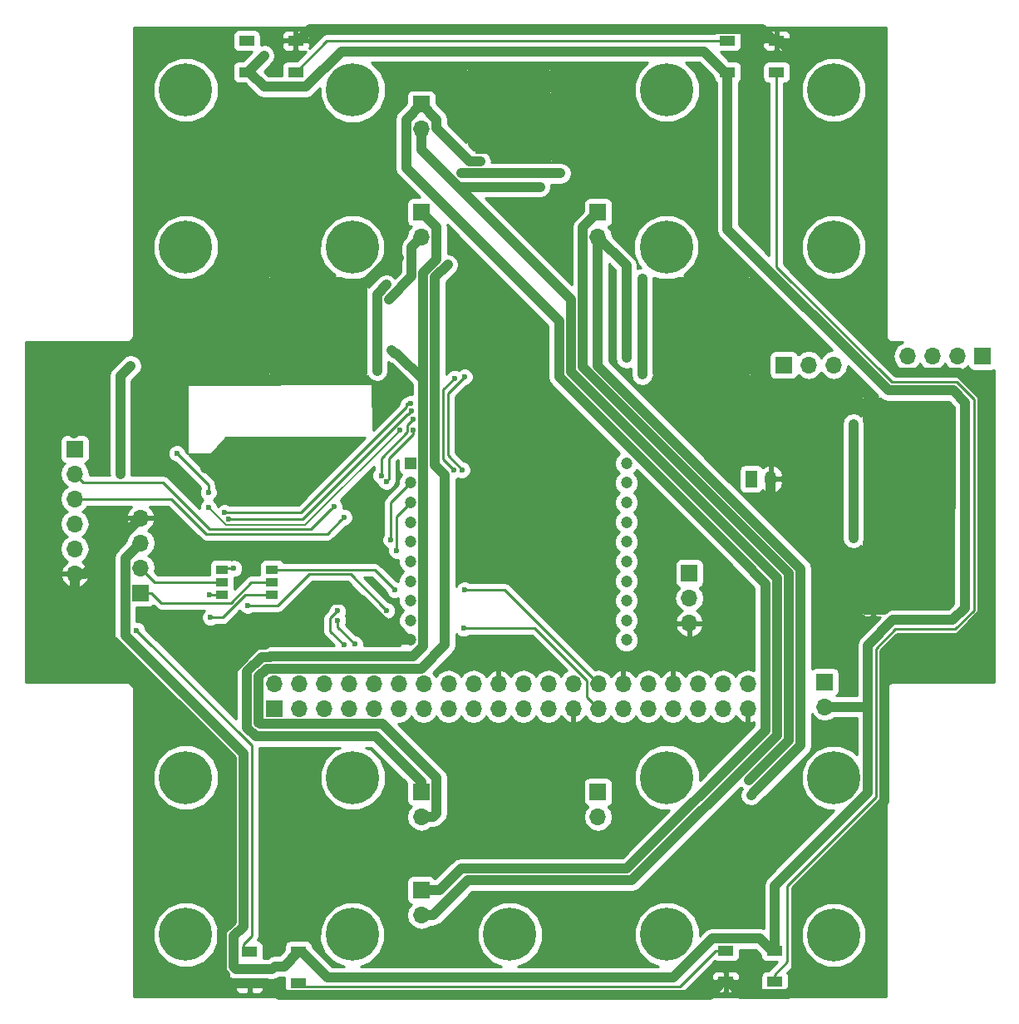
<source format=gbl>
G04 #@! TF.FileFunction,Copper,L2,Bot,Signal*
%FSLAX46Y46*%
G04 Gerber Fmt 4.6, Leading zero omitted, Abs format (unit mm)*
G04 Created by KiCad (PCBNEW 4.0.7) date Thursday, 19 July 2018 'PMt' 15:05:03*
%MOMM*%
%LPD*%
G01*
G04 APERTURE LIST*
%ADD10C,0.100000*%
%ADD11C,5.400000*%
%ADD12C,0.800000*%
%ADD13R,1.200000X1.700000*%
%ADD14O,1.200000X1.700000*%
%ADD15R,1.270000X0.970000*%
%ADD16R,1.700000X1.700000*%
%ADD17O,1.700000X1.700000*%
%ADD18R,1.200000X1.200000*%
%ADD19R,1.600000X1.000000*%
%ADD20C,1.200000*%
%ADD21R,1.100000X1.100000*%
%ADD22C,0.600000*%
%ADD23C,1.000000*%
%ADD24C,0.250000*%
%ADD25C,0.200000*%
%ADD26C,0.254000*%
G04 APERTURE END LIST*
D10*
D11*
X108000000Y-118025000D03*
D12*
X110025000Y-118025000D03*
X109431891Y-119456891D03*
X108000000Y-120050000D03*
X106568109Y-119456891D03*
X105975000Y-118025000D03*
X106568109Y-116593109D03*
X108000000Y-116000000D03*
X109431891Y-116593109D03*
D11*
X108000000Y-102025000D03*
D12*
X110025000Y-102025000D03*
X109431891Y-103456891D03*
X108000000Y-104050000D03*
X106568109Y-103456891D03*
X105975000Y-102025000D03*
X106568109Y-100593109D03*
X108000000Y-100000000D03*
X109431891Y-100593109D03*
D11*
X91000000Y-102000000D03*
D12*
X93025000Y-102000000D03*
X92431891Y-103431891D03*
X91000000Y-104025000D03*
X89568109Y-103431891D03*
X88975000Y-102000000D03*
X89568109Y-100568109D03*
X91000000Y-99975000D03*
X92431891Y-100568109D03*
D11*
X91000000Y-117975000D03*
D12*
X93025000Y-117975000D03*
X92431891Y-119406891D03*
X91000000Y-120000000D03*
X89568109Y-119406891D03*
X88975000Y-117975000D03*
X89568109Y-116543109D03*
X91000000Y-115950000D03*
X92431891Y-116543109D03*
D11*
X75000000Y-117975000D03*
D12*
X77025000Y-117975000D03*
X76431891Y-119406891D03*
X75000000Y-120000000D03*
X73568109Y-119406891D03*
X72975000Y-117975000D03*
X73568109Y-116543109D03*
X75000000Y-115950000D03*
X76431891Y-116543109D03*
D11*
X58975000Y-117975000D03*
D12*
X61000000Y-117975000D03*
X60406891Y-119406891D03*
X58975000Y-120000000D03*
X57543109Y-119406891D03*
X56950000Y-117975000D03*
X57543109Y-116543109D03*
X58975000Y-115950000D03*
X60406891Y-116543109D03*
D11*
X42000000Y-117975000D03*
D12*
X44025000Y-117975000D03*
X43431891Y-119406891D03*
X42000000Y-120000000D03*
X40568109Y-119406891D03*
X39975000Y-117975000D03*
X40568109Y-116543109D03*
X42000000Y-115950000D03*
X43431891Y-116543109D03*
D11*
X59000000Y-102000000D03*
D12*
X61025000Y-102000000D03*
X60431891Y-103431891D03*
X59000000Y-104025000D03*
X57568109Y-103431891D03*
X56975000Y-102000000D03*
X57568109Y-100568109D03*
X59000000Y-99975000D03*
X60431891Y-100568109D03*
D11*
X42000000Y-102000000D03*
D12*
X44025000Y-102000000D03*
X43431891Y-103431891D03*
X42000000Y-104025000D03*
X40568109Y-103431891D03*
X39975000Y-102000000D03*
X40568109Y-100568109D03*
X42000000Y-99975000D03*
X43431891Y-100568109D03*
D11*
X58975000Y-48000000D03*
D12*
X61000000Y-48000000D03*
X60406891Y-49431891D03*
X58975000Y-50025000D03*
X57543109Y-49431891D03*
X56950000Y-48000000D03*
X57543109Y-46568109D03*
X58975000Y-45975000D03*
X60406891Y-46568109D03*
D11*
X42000000Y-48000000D03*
D12*
X44025000Y-48000000D03*
X43431891Y-49431891D03*
X42000000Y-50025000D03*
X40568109Y-49431891D03*
X39975000Y-48000000D03*
X40568109Y-46568109D03*
X42000000Y-45975000D03*
X43431891Y-46568109D03*
D11*
X42000000Y-32000000D03*
D12*
X44025000Y-32000000D03*
X43431891Y-33431891D03*
X42000000Y-34025000D03*
X40568109Y-33431891D03*
X39975000Y-32000000D03*
X40568109Y-30568109D03*
X42000000Y-29975000D03*
X43431891Y-30568109D03*
D11*
X59000000Y-32025000D03*
D12*
X61025000Y-32025000D03*
X60431891Y-33456891D03*
X59000000Y-34050000D03*
X57568109Y-33456891D03*
X56975000Y-32025000D03*
X57568109Y-30593109D03*
X59000000Y-30000000D03*
X60431891Y-30593109D03*
D11*
X90975000Y-48000000D03*
D12*
X93000000Y-48000000D03*
X92406891Y-49431891D03*
X90975000Y-50025000D03*
X89543109Y-49431891D03*
X88950000Y-48000000D03*
X89543109Y-46568109D03*
X90975000Y-45975000D03*
X92406891Y-46568109D03*
D11*
X91000000Y-32000000D03*
D12*
X93025000Y-32000000D03*
X92431891Y-33431891D03*
X91000000Y-34025000D03*
X89568109Y-33431891D03*
X88975000Y-32000000D03*
X89568109Y-30568109D03*
X91000000Y-29975000D03*
X92431891Y-30568109D03*
D13*
X99600000Y-71600000D03*
D14*
X101600000Y-71600000D03*
D15*
X50800000Y-83400000D03*
X50800000Y-82130000D03*
X50800000Y-80860000D03*
D16*
X37400000Y-83200000D03*
D17*
X37400000Y-80660000D03*
X37400000Y-78120000D03*
X37400000Y-75580000D03*
D16*
X30700000Y-68560000D03*
D17*
X30700000Y-71100000D03*
X30700000Y-73640000D03*
X30700000Y-76180000D03*
X30700000Y-78720000D03*
X30700000Y-81260000D03*
D15*
X45700000Y-83400000D03*
X45700000Y-82130000D03*
X45700000Y-80860000D03*
D16*
X93300000Y-81200000D03*
D17*
X93300000Y-83740000D03*
X93300000Y-86280000D03*
D16*
X84000000Y-44460000D03*
D17*
X84000000Y-47000000D03*
D16*
X84000000Y-103460000D03*
D17*
X84000000Y-106000000D03*
D16*
X66000000Y-44460000D03*
D17*
X66000000Y-47000000D03*
D16*
X51000000Y-95000000D03*
D17*
X51000000Y-92460000D03*
X53540000Y-95000000D03*
X53540000Y-92460000D03*
X56080000Y-95000000D03*
X56080000Y-92460000D03*
X58620000Y-95000000D03*
X58620000Y-92460000D03*
X61160000Y-95000000D03*
X61160000Y-92460000D03*
X63700000Y-95000000D03*
X63700000Y-92460000D03*
X66240000Y-95000000D03*
X66240000Y-92460000D03*
X68780000Y-95000000D03*
X68780000Y-92460000D03*
X71320000Y-95000000D03*
X71320000Y-92460000D03*
X73860000Y-95000000D03*
X73860000Y-92460000D03*
X76400000Y-95000000D03*
X76400000Y-92460000D03*
X78940000Y-95000000D03*
X78940000Y-92460000D03*
X81480000Y-95000000D03*
X81480000Y-92460000D03*
X84020000Y-95000000D03*
X84020000Y-92460000D03*
X86560000Y-95000000D03*
X86560000Y-92460000D03*
X89100000Y-95000000D03*
X89100000Y-92460000D03*
X91640000Y-95000000D03*
X91640000Y-92460000D03*
X94180000Y-95000000D03*
X94180000Y-92460000D03*
X96720000Y-95000000D03*
X96720000Y-92460000D03*
X99260000Y-95000000D03*
X99260000Y-92460000D03*
D16*
X66000000Y-103460000D03*
D17*
X66000000Y-106000000D03*
D16*
X66000000Y-33460000D03*
D17*
X66000000Y-36000000D03*
D16*
X66000000Y-113460000D03*
D17*
X66000000Y-116000000D03*
D16*
X102920000Y-60000000D03*
D17*
X105460000Y-60000000D03*
X108000000Y-60000000D03*
D18*
X112025000Y-84425000D03*
X112025000Y-83225000D03*
X112025000Y-82025000D03*
X112025000Y-80825000D03*
X112025000Y-79625000D03*
X112025000Y-78425000D03*
X112025000Y-77225000D03*
X112025000Y-76025000D03*
X113225000Y-76025000D03*
X113225000Y-77225000D03*
X113225000Y-78425000D03*
X113225000Y-79625000D03*
X113225000Y-80825000D03*
X113225000Y-82025000D03*
X113225000Y-83225000D03*
X113225000Y-84425000D03*
X114425000Y-84425000D03*
X114425000Y-83225000D03*
X114425000Y-82025000D03*
X114425000Y-80825000D03*
X114425000Y-79625000D03*
X114425000Y-78425000D03*
X114425000Y-77225000D03*
X114425000Y-76025000D03*
X115625000Y-76025000D03*
X115625000Y-77225000D03*
X115625000Y-78425000D03*
X115625000Y-79625000D03*
X115625000Y-80825000D03*
X115625000Y-82025000D03*
X115625000Y-83225000D03*
X115625000Y-84425000D03*
X116825000Y-84425000D03*
X116825000Y-83225000D03*
X116825000Y-82025000D03*
X116825000Y-80825000D03*
X116825000Y-79625000D03*
X116825000Y-78425000D03*
X116825000Y-77225000D03*
X116825000Y-76025000D03*
X118025000Y-76025000D03*
X118025000Y-77225000D03*
X118025000Y-78425000D03*
X118025000Y-79625000D03*
X118025000Y-80825000D03*
X118025000Y-82025000D03*
X118025000Y-83225000D03*
X118025000Y-84425000D03*
X119225000Y-84425000D03*
X119225000Y-83225000D03*
X119225000Y-82025000D03*
X119225000Y-80825000D03*
X119225000Y-79625000D03*
X119225000Y-78425000D03*
X119225000Y-77225000D03*
X119225000Y-76025000D03*
X112225000Y-72775000D03*
X112225000Y-71575000D03*
X112225000Y-70375000D03*
X112225000Y-69175000D03*
X112225000Y-67975000D03*
X112225000Y-66775000D03*
X112225000Y-65575000D03*
X112225000Y-64375000D03*
X113425000Y-64375000D03*
X113425000Y-65575000D03*
X113425000Y-66775000D03*
X113425000Y-67975000D03*
X113425000Y-69175000D03*
X113425000Y-70375000D03*
X113425000Y-71575000D03*
X113425000Y-72775000D03*
X114625000Y-72775000D03*
X114625000Y-71575000D03*
X114625000Y-70375000D03*
X114625000Y-69175000D03*
X114625000Y-67975000D03*
X114625000Y-66775000D03*
X114625000Y-65575000D03*
X114625000Y-64375000D03*
X115825000Y-64375000D03*
X115825000Y-65575000D03*
X115825000Y-66775000D03*
X115825000Y-67975000D03*
X115825000Y-69175000D03*
X115825000Y-70375000D03*
X115825000Y-71575000D03*
X115825000Y-72775000D03*
X117025000Y-72775000D03*
X117025000Y-71575000D03*
X117025000Y-70375000D03*
X117025000Y-69175000D03*
X117025000Y-67975000D03*
X117025000Y-66775000D03*
X117025000Y-65575000D03*
X117025000Y-64375000D03*
X118225000Y-64375000D03*
X118225000Y-65575000D03*
X118225000Y-66775000D03*
X118225000Y-67975000D03*
X118225000Y-69175000D03*
X118225000Y-70375000D03*
X118225000Y-71575000D03*
X118225000Y-72775000D03*
X119425000Y-72775000D03*
X119425000Y-71575000D03*
X119425000Y-70375000D03*
X119425000Y-69175000D03*
X119425000Y-67975000D03*
X119425000Y-66775000D03*
X119425000Y-65575000D03*
X119425000Y-64375000D03*
D19*
X48500000Y-122900000D03*
X48500000Y-119700000D03*
X53500000Y-122900000D03*
X53500000Y-119700000D03*
X97000000Y-122800000D03*
X97000000Y-119600000D03*
X102000000Y-122800000D03*
X102000000Y-119600000D03*
X102200000Y-27000000D03*
X102200000Y-30200000D03*
X97200000Y-27000000D03*
X97200000Y-30200000D03*
X53200000Y-27000000D03*
X53200000Y-30200000D03*
X48200000Y-27000000D03*
X48200000Y-30200000D03*
D16*
X107100000Y-92260000D03*
D17*
X107100000Y-94800000D03*
D18*
X64900000Y-70000000D03*
D20*
X64900000Y-72000000D03*
X64900000Y-74000000D03*
X64900000Y-76000000D03*
X64900000Y-78000000D03*
X64900000Y-80000000D03*
X64900000Y-82000000D03*
X64900000Y-84000000D03*
X64900000Y-86000000D03*
X64900000Y-88000000D03*
X86900000Y-88000000D03*
X86900000Y-86000000D03*
X86900000Y-84000000D03*
X86900000Y-82000000D03*
X86900000Y-80000000D03*
X86900000Y-78000000D03*
X86900000Y-76000000D03*
X86900000Y-74000000D03*
X86900000Y-72000000D03*
X86900000Y-70000000D03*
D16*
X123140000Y-59100000D03*
D17*
X120600000Y-59100000D03*
X118060000Y-59100000D03*
X115520000Y-59100000D03*
D21*
X91000000Y-56000000D03*
X91000000Y-57000000D03*
X91000000Y-58000000D03*
X91000000Y-59000000D03*
X91000000Y-55000000D03*
X91000000Y-54000000D03*
X91000000Y-53000000D03*
X92000000Y-53000000D03*
X93000000Y-53000000D03*
X94000000Y-53000000D03*
X95000000Y-53000000D03*
X96000000Y-53000000D03*
X97000000Y-53000000D03*
X98000000Y-53000000D03*
X98000000Y-54000000D03*
X98000000Y-55000000D03*
X98000000Y-56000000D03*
X98000000Y-57000000D03*
X98000000Y-58000000D03*
X98000000Y-59000000D03*
X97000000Y-59000000D03*
X96000000Y-59000000D03*
X95000000Y-59000000D03*
X94000000Y-59000000D03*
X93000000Y-59000000D03*
X92000000Y-59000000D03*
X92000000Y-58000000D03*
X93000000Y-58000000D03*
X94000000Y-58000000D03*
X95000000Y-58000000D03*
X96000000Y-58000000D03*
X97000000Y-58000000D03*
X97000000Y-57000000D03*
X96000000Y-57000000D03*
X95000000Y-57000000D03*
X94000000Y-57000000D03*
X93000000Y-57000000D03*
X92000000Y-57000000D03*
X92000000Y-56000000D03*
X93000000Y-56000000D03*
X94000000Y-56000000D03*
X95000000Y-56000000D03*
X96000000Y-56000000D03*
X97000000Y-56000000D03*
X97000000Y-55000000D03*
X96000000Y-55000000D03*
X95000000Y-55000000D03*
X94000000Y-55000000D03*
X93000000Y-55000000D03*
X92000000Y-55000000D03*
X92000000Y-54000000D03*
X93000000Y-54000000D03*
X94000000Y-54000000D03*
X95000000Y-54000000D03*
X96000000Y-54000000D03*
X97000000Y-54000000D03*
X59000000Y-56000000D03*
X59000000Y-55000000D03*
X59000000Y-54000000D03*
X59000000Y-53000000D03*
X59000000Y-57000000D03*
X59000000Y-58000000D03*
X59000000Y-59000000D03*
X58000000Y-59000000D03*
X57000000Y-59000000D03*
X56000000Y-59000000D03*
X55000000Y-59000000D03*
X54000000Y-59000000D03*
X53000000Y-59000000D03*
X52000000Y-59000000D03*
X52000000Y-58000000D03*
X52000000Y-57000000D03*
X52000000Y-56000000D03*
X52000000Y-55000000D03*
X52000000Y-54000000D03*
X52000000Y-53000000D03*
X53000000Y-53000000D03*
X54000000Y-53000000D03*
X55000000Y-53000000D03*
X56000000Y-53000000D03*
X57000000Y-53000000D03*
X58000000Y-53000000D03*
X58000000Y-54000000D03*
X57000000Y-54000000D03*
X56000000Y-54000000D03*
X55000000Y-54000000D03*
X54000000Y-54000000D03*
X53000000Y-54000000D03*
X53000000Y-55000000D03*
X54000000Y-55000000D03*
X55000000Y-55000000D03*
X56000000Y-55000000D03*
X57000000Y-55000000D03*
X58000000Y-55000000D03*
X58000000Y-56000000D03*
X57000000Y-56000000D03*
X56000000Y-56000000D03*
X55000000Y-56000000D03*
X54000000Y-56000000D03*
X53000000Y-56000000D03*
X53000000Y-57000000D03*
X54000000Y-57000000D03*
X55000000Y-57000000D03*
X56000000Y-57000000D03*
X57000000Y-57000000D03*
X58000000Y-57000000D03*
X58000000Y-58000000D03*
X57000000Y-58000000D03*
X56000000Y-58000000D03*
X55000000Y-58000000D03*
X54000000Y-58000000D03*
X53000000Y-58000000D03*
X75000000Y-38000000D03*
X76000000Y-38000000D03*
X77000000Y-38000000D03*
X78000000Y-38000000D03*
X74000000Y-38000000D03*
X73000000Y-38000000D03*
X72000000Y-38000000D03*
X72000000Y-37000000D03*
X72000000Y-36000000D03*
X72000000Y-35000000D03*
X72000000Y-34000000D03*
X72000000Y-33000000D03*
X72000000Y-32000000D03*
X72000000Y-31000000D03*
X73000000Y-31000000D03*
X74000000Y-31000000D03*
X75000000Y-31000000D03*
X76000000Y-31000000D03*
X77000000Y-31000000D03*
X78000000Y-31000000D03*
X78000000Y-32000000D03*
X78000000Y-33000000D03*
X78000000Y-34000000D03*
X78000000Y-35000000D03*
X78000000Y-36000000D03*
X78000000Y-37000000D03*
X77000000Y-37000000D03*
X77000000Y-36000000D03*
X77000000Y-35000000D03*
X77000000Y-34000000D03*
X77000000Y-33000000D03*
X77000000Y-32000000D03*
X76000000Y-32000000D03*
X76000000Y-33000000D03*
X76000000Y-34000000D03*
X76000000Y-35000000D03*
X76000000Y-36000000D03*
X76000000Y-37000000D03*
X75000000Y-37000000D03*
X75000000Y-36000000D03*
X75000000Y-35000000D03*
X75000000Y-34000000D03*
X75000000Y-33000000D03*
X75000000Y-32000000D03*
X74000000Y-32000000D03*
X74000000Y-33000000D03*
X74000000Y-34000000D03*
X74000000Y-35000000D03*
X74000000Y-36000000D03*
X74000000Y-37000000D03*
X73000000Y-37000000D03*
X73000000Y-36000000D03*
X73000000Y-35000000D03*
X73000000Y-34000000D03*
X73000000Y-33000000D03*
X73000000Y-32000000D03*
D11*
X108000000Y-32000000D03*
D12*
X110025000Y-32000000D03*
X109431891Y-33431891D03*
X108000000Y-34025000D03*
X106568109Y-33431891D03*
X105975000Y-32000000D03*
X106568109Y-30568109D03*
X108000000Y-29975000D03*
X109431891Y-30568109D03*
D11*
X108000000Y-48000000D03*
D12*
X110025000Y-48000000D03*
X109431891Y-49431891D03*
X108000000Y-50025000D03*
X106568109Y-49431891D03*
X105975000Y-48000000D03*
X106568109Y-46568109D03*
X108000000Y-45975000D03*
X109431891Y-46568109D03*
D22*
X95000000Y-66000000D03*
X103200000Y-27700000D03*
X96151715Y-123348285D03*
X46035423Y-122835423D03*
X108200000Y-79750000D03*
X46000000Y-90900000D03*
X46900000Y-72400000D03*
X44000000Y-70500000D03*
X63700000Y-49100000D03*
X30600000Y-67009999D03*
X30600000Y-59800000D03*
X30000000Y-88100000D03*
X110000000Y-77600000D03*
X110000000Y-66000000D03*
X51100000Y-121200000D03*
X50000000Y-28500000D03*
X95400000Y-28700000D03*
X100800000Y-118700000D03*
X35350000Y-71100000D03*
X36400000Y-60100000D03*
X44300000Y-73000000D03*
X41100000Y-69000000D03*
X62451465Y-51851465D03*
X61500000Y-60600000D03*
X80175000Y-40500000D03*
X70100000Y-40500000D03*
X88500000Y-51200000D03*
X88500000Y-61000000D03*
X69301483Y-70696199D03*
X69394546Y-61345503D03*
X70168329Y-70679147D03*
X70412412Y-61211535D03*
X64923953Y-63926534D03*
X45950992Y-75016705D03*
X64982990Y-64724364D03*
X46367095Y-75699990D03*
X65205606Y-65492778D03*
X61905243Y-71252790D03*
X62439806Y-71847988D03*
X65205609Y-66599996D03*
X44500000Y-85700000D03*
X63300000Y-82900000D03*
X70400000Y-82900000D03*
X57473074Y-85980866D03*
X59200000Y-88400000D03*
X57100000Y-74400000D03*
X57450694Y-85040919D03*
X58125010Y-75500000D03*
X58100000Y-88500000D03*
X44400000Y-83400000D03*
X62478985Y-85013284D03*
X70300000Y-86800000D03*
X48300000Y-84500000D03*
X46900000Y-80700000D03*
X37000000Y-87000000D03*
X62874990Y-77797249D03*
X63500000Y-78900000D03*
X99375427Y-102269971D03*
X99585072Y-103797386D03*
X86900000Y-59300000D03*
X63000000Y-58500000D03*
X68700000Y-49800000D03*
X62700000Y-53300000D03*
X71999999Y-39250001D03*
X78100000Y-41900000D03*
X63825847Y-66670511D03*
X44300000Y-74500000D03*
D23*
X97000000Y-122800000D02*
X97300000Y-122800000D01*
X103360001Y-124000001D02*
X104200000Y-123160002D01*
X104200000Y-123160002D02*
X104200000Y-113400000D01*
X104000000Y-50200000D02*
X104000000Y-28500000D01*
X97300000Y-122800000D02*
X98500001Y-124000001D01*
X114600000Y-87800000D02*
X120700000Y-87800000D01*
X98500001Y-124000001D02*
X103360001Y-124000001D01*
X104200000Y-113400000D02*
X113183133Y-104416867D01*
X113183133Y-89216867D02*
X114600000Y-87800000D01*
X113183133Y-104416867D02*
X113183133Y-89216867D01*
X120700000Y-87800000D02*
X123200000Y-85300000D01*
X123200000Y-85300000D02*
X123200000Y-63200000D01*
X123200000Y-63200000D02*
X120800000Y-60800000D01*
X114400000Y-60800000D02*
X103900000Y-50300000D01*
X120800000Y-60800000D02*
X114400000Y-60800000D01*
X103900000Y-50300000D02*
X104000000Y-50200000D01*
X104000000Y-28500000D02*
X103200000Y-27700000D01*
X45716034Y-117626893D02*
X45716034Y-121773107D01*
X45716034Y-121773107D02*
X46035423Y-122092496D01*
X46035423Y-122092496D02*
X46035423Y-122835423D01*
X30000000Y-88100000D02*
X34697260Y-88100000D01*
X34697260Y-88100000D02*
X46695729Y-100098469D01*
X46695729Y-100098469D02*
X46695729Y-116647198D01*
X46695729Y-116647198D02*
X45716034Y-117626893D01*
X48500000Y-122900000D02*
X50300000Y-122900000D01*
X50300000Y-122900000D02*
X51500001Y-124100001D01*
X51500001Y-124100001D02*
X95399999Y-124100001D01*
X95399999Y-124100001D02*
X95851716Y-123648284D01*
X95851716Y-123648284D02*
X96151715Y-123348285D01*
X96000000Y-53000000D02*
X96000000Y-47360038D01*
X96000000Y-47360038D02*
X86639962Y-38000000D01*
X86639962Y-38000000D02*
X79550000Y-38000000D01*
X79550000Y-38000000D02*
X78000000Y-38000000D01*
X102200000Y-27000000D02*
X101900000Y-27000000D01*
X95839999Y-25799999D02*
X95838099Y-25801899D01*
X95838099Y-25801899D02*
X54698101Y-25801899D01*
X101900000Y-27000000D02*
X100701899Y-25801899D01*
X100701899Y-25801899D02*
X98561901Y-25801899D01*
X53500000Y-27000000D02*
X53200000Y-27000000D01*
X98561901Y-25801899D02*
X98560001Y-25799999D01*
X54698101Y-25801899D02*
X53500000Y-27000000D01*
X98560001Y-25799999D02*
X95839999Y-25799999D01*
X101600000Y-71600000D02*
X101600000Y-73150000D01*
X95000000Y-66000000D02*
X95000000Y-59000000D01*
X103200000Y-27700000D02*
X102500000Y-27000000D01*
X102500000Y-27000000D02*
X102200000Y-27000000D01*
X96700000Y-122800000D02*
X97000000Y-122800000D01*
X96151715Y-123348285D02*
X96700000Y-122800000D01*
X46035423Y-122835423D02*
X46100000Y-122900000D01*
X46100000Y-122900000D02*
X47900000Y-122900000D01*
X101600000Y-73150000D02*
X108200000Y-79750000D01*
X54700000Y-83900000D02*
X50090023Y-88509977D01*
X50090023Y-88509977D02*
X49261879Y-88509977D01*
X49261879Y-88509977D02*
X46871856Y-90900000D01*
X46871856Y-90900000D02*
X46000000Y-90900000D01*
X59951472Y-83900000D02*
X54700000Y-83900000D01*
X64051472Y-88000000D02*
X59951472Y-83900000D01*
X64900000Y-88000000D02*
X64051472Y-88000000D01*
X30700000Y-81260000D02*
X31720000Y-81260000D01*
X31720000Y-81260000D02*
X37400000Y-75580000D01*
X44000000Y-70500000D02*
X45000000Y-70500000D01*
X45000000Y-70500000D02*
X46900000Y-72400000D01*
X63700000Y-49100000D02*
X62900000Y-49100000D01*
X62900000Y-49100000D02*
X59000000Y-53000000D01*
X30600000Y-59800000D02*
X30600000Y-67009999D01*
X30700000Y-81260000D02*
X30700000Y-87400000D01*
X30700000Y-87400000D02*
X30000000Y-88100000D01*
X110000000Y-66000000D02*
X110000000Y-77600000D01*
X100800000Y-118700000D02*
X100499999Y-118399999D01*
X100499999Y-118399999D02*
X95639999Y-118399999D01*
X95639999Y-118399999D02*
X91680704Y-122359294D01*
X91680704Y-122359294D02*
X56459294Y-122359294D01*
X56459294Y-122359294D02*
X53800000Y-119700000D01*
X53800000Y-119700000D02*
X53500000Y-119700000D01*
X51100000Y-121200000D02*
X52000000Y-121200000D01*
X52000000Y-121200000D02*
X53500000Y-119700000D01*
X111481029Y-103518971D02*
X111481029Y-95000000D01*
X111481029Y-95000000D02*
X111481029Y-88552231D01*
X107100000Y-94800000D02*
X111281029Y-94800000D01*
X111281029Y-94800000D02*
X111481029Y-95000000D01*
X102000000Y-119600000D02*
X102000000Y-113000000D01*
X120135011Y-85974991D02*
X121400000Y-84710002D01*
X102000000Y-113000000D02*
X111481029Y-103518971D01*
X97200000Y-46230121D02*
X97200000Y-31200000D01*
X97200000Y-31200000D02*
X97200000Y-30200000D01*
X111481029Y-88552231D02*
X114058269Y-85974991D01*
X120200000Y-62600000D02*
X113569879Y-62600000D01*
X113569879Y-62600000D02*
X97200000Y-46230121D01*
X114058269Y-85974991D02*
X120135011Y-85974991D01*
X121400000Y-84710002D02*
X121400000Y-63800000D01*
X121400000Y-63800000D02*
X120200000Y-62600000D01*
X47153150Y-121499999D02*
X50800001Y-121499999D01*
X50800001Y-121499999D02*
X51100000Y-121200000D01*
X46916045Y-121262894D02*
X47153150Y-121499999D01*
X46916045Y-118123953D02*
X46916045Y-121262894D01*
X47895740Y-117144258D02*
X46916045Y-118123953D01*
X47895740Y-99595740D02*
X47895740Y-117144258D01*
X35849999Y-87549999D02*
X47895740Y-99595740D01*
X35849999Y-79670001D02*
X35849999Y-87549999D01*
X37400000Y-78120000D02*
X35849999Y-79670001D01*
X95400000Y-28700000D02*
X94778475Y-28078475D01*
X57843066Y-28078475D02*
X54221541Y-31700000D01*
X94778475Y-28078475D02*
X57843066Y-28078475D01*
X54221541Y-31700000D02*
X50000000Y-31700000D01*
X50000000Y-31700000D02*
X48500000Y-30200000D01*
X48500000Y-30200000D02*
X48200000Y-30200000D01*
X48200000Y-30200000D02*
X48300000Y-30200000D01*
X48300000Y-30200000D02*
X50000000Y-28500000D01*
X96900000Y-30200000D02*
X95400000Y-28700000D01*
X97200000Y-30200000D02*
X96900000Y-30200000D01*
X100800000Y-118700000D02*
X101700000Y-119600000D01*
X101700000Y-119600000D02*
X102000000Y-119600000D01*
X36400000Y-60100000D02*
X35350000Y-61150000D01*
X35350000Y-61150000D02*
X35350000Y-71100000D01*
D24*
X41100000Y-69000000D02*
X44300000Y-72200000D01*
X44300000Y-72200000D02*
X44300000Y-73000000D01*
D23*
X77500000Y-40500000D02*
X80175000Y-40500000D01*
X70100000Y-40500000D02*
X77500000Y-40500000D01*
X61499991Y-52802939D02*
X62451465Y-51851465D01*
X61500000Y-60600000D02*
X61500000Y-53797070D01*
X61500000Y-53797070D02*
X61499991Y-53797061D01*
X61499991Y-53797061D02*
X61499991Y-52802939D01*
X88500000Y-61000000D02*
X88500000Y-51200000D01*
D24*
X68230638Y-62509411D02*
X68230638Y-69625354D01*
X69394546Y-61345503D02*
X68230638Y-62509411D01*
X68230638Y-69625354D02*
X69001484Y-70396200D01*
X69001484Y-70396200D02*
X69301483Y-70696199D01*
X70412412Y-61211535D02*
X68680649Y-62943298D01*
X68680649Y-62943298D02*
X68680649Y-69191467D01*
X68680649Y-69191467D02*
X70168329Y-70679147D01*
X45950992Y-75016705D02*
X53762135Y-75016705D01*
X64499689Y-63926534D02*
X64923953Y-63926534D01*
X53762135Y-75016705D02*
X64499689Y-64279151D01*
X64499689Y-64279151D02*
X64499689Y-63926534D01*
X53912470Y-75699990D02*
X64588097Y-65024363D01*
X46367095Y-75699990D02*
X53912470Y-75699990D01*
X64682991Y-65024363D02*
X64982990Y-64724364D01*
X64588097Y-65024363D02*
X64682991Y-65024363D01*
X64557683Y-66822819D02*
X64557683Y-66140701D01*
X61905243Y-69475259D02*
X64557683Y-66822819D01*
X61905243Y-71252790D02*
X61905243Y-69475259D01*
X64905607Y-65792777D02*
X65205606Y-65492778D01*
X64557683Y-66140701D02*
X64905607Y-65792777D01*
X65205609Y-66599996D02*
X65205609Y-67024260D01*
X62739805Y-69490064D02*
X62739805Y-71547989D01*
X62739805Y-71547989D02*
X62439806Y-71847988D01*
X65205609Y-67024260D02*
X62739805Y-69490064D01*
X50800000Y-83400000D02*
X48041413Y-83400000D01*
X48041413Y-83400000D02*
X45741413Y-85700000D01*
X45741413Y-85700000D02*
X44500000Y-85700000D01*
X49915000Y-82130000D02*
X50800000Y-82130000D01*
X48675003Y-82130000D02*
X49915000Y-82130000D01*
X46595002Y-84210001D02*
X48675003Y-82130000D01*
X39510001Y-84210001D02*
X46595002Y-84210001D01*
X38500000Y-83200000D02*
X39510001Y-84210001D01*
X37400000Y-83200000D02*
X38500000Y-83200000D01*
X63300000Y-82900000D02*
X61260000Y-80860000D01*
X61260000Y-80860000D02*
X51685000Y-80860000D01*
X51685000Y-80860000D02*
X50800000Y-80860000D01*
X83170001Y-91570001D02*
X74500000Y-82900000D01*
X74500000Y-82900000D02*
X70400000Y-82900000D01*
X84020000Y-92460000D02*
X83170001Y-91610001D01*
X83170001Y-91610001D02*
X83170001Y-91570001D01*
X37400000Y-80660000D02*
X38870000Y-82130000D01*
X38870000Y-82130000D02*
X45700000Y-82130000D01*
X56800001Y-74699999D02*
X57100000Y-74400000D01*
X54774989Y-76725011D02*
X56800001Y-74699999D01*
X44425011Y-76725011D02*
X54774989Y-76725011D01*
X39649999Y-71949999D02*
X44425011Y-76725011D01*
X31549999Y-71949999D02*
X39649999Y-71949999D01*
X30700000Y-71100000D02*
X31549999Y-71949999D01*
X57473074Y-86405130D02*
X57473074Y-85980866D01*
X57473074Y-86673074D02*
X57473074Y-86405130D01*
X59200000Y-88400000D02*
X57473074Y-86673074D01*
X57825011Y-75799999D02*
X58125010Y-75500000D01*
X56449988Y-77175022D02*
X57825011Y-75799999D01*
X44075022Y-77175022D02*
X56449988Y-77175022D01*
X40540000Y-73640000D02*
X44075022Y-77175022D01*
X30700000Y-73640000D02*
X40540000Y-73640000D01*
X57150695Y-85340918D02*
X57450694Y-85040919D01*
X56713795Y-85777818D02*
X57150695Y-85340918D01*
X56713795Y-87113795D02*
X56713795Y-85777818D01*
X58100000Y-88500000D02*
X56713795Y-87113795D01*
X45700000Y-83400000D02*
X44400000Y-83400000D01*
X62178986Y-84713285D02*
X62478985Y-85013284D01*
X51405002Y-84500000D02*
X54594991Y-81310011D01*
X58775712Y-81310011D02*
X62178986Y-84713285D01*
X54594991Y-81310011D02*
X58775712Y-81310011D01*
X48300000Y-84500000D02*
X51405002Y-84500000D01*
X48339852Y-84539852D02*
X48300000Y-84500000D01*
X46900000Y-80700000D02*
X45860000Y-80700000D01*
X82844999Y-92085997D02*
X77559002Y-86800000D01*
X82844999Y-93824999D02*
X82844999Y-92085997D01*
X84020000Y-95000000D02*
X82844999Y-93824999D01*
X77559002Y-86800000D02*
X70300000Y-86800000D01*
X45860000Y-80700000D02*
X45700000Y-80860000D01*
X37000000Y-87000000D02*
X48745060Y-98745060D01*
X47900000Y-118950000D02*
X47900000Y-119700000D01*
X48745060Y-98745060D02*
X48745060Y-118104940D01*
X48745060Y-118104940D02*
X47900000Y-118950000D01*
X62874990Y-77372985D02*
X62874990Y-77797249D01*
X62874990Y-74025010D02*
X62874990Y-77372985D01*
X64900000Y-72000000D02*
X62874990Y-74025010D01*
X63500000Y-78900000D02*
X63500000Y-75400000D01*
X63500000Y-75400000D02*
X64900000Y-74000000D01*
X95950000Y-119600000D02*
X97000000Y-119600000D01*
X92301393Y-123248607D02*
X95950000Y-119600000D01*
X53248607Y-123248607D02*
X92301393Y-123248607D01*
X52900000Y-122900000D02*
X53248607Y-123248607D01*
X102000000Y-122800000D02*
X102000000Y-122050000D01*
X102000000Y-122050000D02*
X103300000Y-120750000D01*
X103300000Y-120750000D02*
X103300000Y-113000000D01*
X103300000Y-113000000D02*
X112332081Y-103967919D01*
X112332081Y-103967919D02*
X112332081Y-88867919D01*
X112332081Y-88867919D02*
X114300000Y-86900000D01*
X120500000Y-61700000D02*
X113900000Y-61700000D01*
X113900000Y-61700000D02*
X102200000Y-50000000D01*
X114300000Y-86900000D02*
X120400000Y-86900000D01*
X120400000Y-86900000D02*
X122300000Y-85000000D01*
X122300000Y-85000000D02*
X122300000Y-63500000D01*
X122300000Y-63500000D02*
X120500000Y-61700000D01*
X102200000Y-50000000D02*
X102200000Y-30200000D01*
X56400000Y-27000000D02*
X53200000Y-30200000D01*
X97200000Y-27000000D02*
X56400000Y-27000000D01*
D23*
X82449999Y-60231854D02*
X103452611Y-81234466D01*
X99675426Y-101969972D02*
X99375427Y-102269971D01*
X103452611Y-98192787D02*
X99675426Y-101969972D01*
X103452611Y-81234466D02*
X103452611Y-98192787D01*
X82449999Y-46010001D02*
X82449999Y-60231854D01*
X84000000Y-44460000D02*
X82449999Y-46010001D01*
X104652622Y-98729836D02*
X99885071Y-103497387D01*
X84000000Y-60084785D02*
X104652622Y-80737407D01*
X84000000Y-47000000D02*
X84000000Y-60084785D01*
X99885071Y-103497387D02*
X99585072Y-103797386D01*
X104652622Y-80737407D02*
X104652622Y-98729836D01*
X86900000Y-59300000D02*
X86900000Y-49900000D01*
X86900000Y-49900000D02*
X84000000Y-47000000D01*
X66199989Y-61500000D02*
X66205616Y-61505627D01*
X66205616Y-61505627D02*
X66205616Y-68834384D01*
X66205616Y-68834384D02*
X66200001Y-68839999D01*
X66200001Y-68839999D02*
X66200001Y-88624001D01*
X50587082Y-89709988D02*
X49758939Y-89709988D01*
X49758939Y-89709988D02*
X48249988Y-91218939D01*
X48249988Y-91218939D02*
X48249988Y-96907061D01*
X48249988Y-96907061D02*
X49142927Y-97800000D01*
X66200001Y-88624001D02*
X65124002Y-89700000D01*
X65124002Y-89700000D02*
X50597070Y-89700000D01*
X50597070Y-89700000D02*
X50587082Y-89709988D01*
X49142927Y-97800000D02*
X61343530Y-97800000D01*
X61343530Y-97800000D02*
X66000000Y-102456470D01*
X66000000Y-102456470D02*
X66000000Y-103460000D01*
X66199989Y-50602940D02*
X66199989Y-61500000D01*
X63299999Y-58799999D02*
X63499988Y-58799999D01*
X63499988Y-58799999D02*
X66199989Y-61500000D01*
X63000000Y-58500000D02*
X63299999Y-58799999D01*
X66000000Y-44460000D02*
X67550001Y-46010001D01*
X67550001Y-49252928D02*
X66199989Y-50602940D01*
X67550001Y-46010001D02*
X67550001Y-49252928D01*
X67202081Y-106000000D02*
X66000000Y-106000000D01*
X62050003Y-96550001D02*
X67550001Y-102049999D01*
X67550001Y-102049999D02*
X67550001Y-105652080D01*
X67550001Y-105652080D02*
X67202081Y-106000000D01*
X50255999Y-90909999D02*
X49449999Y-91715999D01*
X49449999Y-91715999D02*
X49449999Y-96410001D01*
X49449999Y-96410001D02*
X49589999Y-96550001D01*
X49589999Y-96550001D02*
X62050003Y-96550001D01*
X68400001Y-88500001D02*
X65990003Y-90909999D01*
X68400001Y-71187701D02*
X68400001Y-88500001D01*
X67405627Y-51094373D02*
X67405627Y-70193327D01*
X67405627Y-70193327D02*
X68400001Y-71187701D01*
X68700000Y-49800000D02*
X67405627Y-51094373D01*
X65990003Y-90909999D02*
X50255999Y-90909999D01*
X64999978Y-51000022D02*
X64999978Y-48000022D01*
X65150001Y-47849999D02*
X66000000Y-47000000D01*
X64999978Y-48000022D02*
X65150001Y-47849999D01*
X62700000Y-53300000D02*
X64999978Y-51000022D01*
X67850000Y-113460000D02*
X66000000Y-113460000D01*
X86949807Y-111271498D02*
X70038502Y-111271498D01*
X70038502Y-111271498D02*
X67850000Y-113460000D01*
X98499999Y-79675997D02*
X98499999Y-79700000D01*
X98499999Y-79700000D02*
X101052589Y-82252590D01*
X101052589Y-82252590D02*
X101052589Y-97168716D01*
X101052589Y-97168716D02*
X86949807Y-111271498D01*
X64449999Y-39944141D02*
X80049977Y-55544119D01*
X80049977Y-55544119D02*
X80049977Y-61225975D01*
X64449999Y-35010001D02*
X64449999Y-39944141D01*
X80049977Y-61225975D02*
X98499999Y-79675997D01*
X66000000Y-33460000D02*
X64449999Y-35010001D01*
X71999999Y-39250001D02*
X70889999Y-39250001D01*
X70889999Y-39250001D02*
X67550001Y-35910003D01*
X67550001Y-35910003D02*
X67550001Y-35010001D01*
X67550001Y-35010001D02*
X66000000Y-33460000D01*
X69802930Y-41900000D02*
X81249988Y-53347058D01*
X81249988Y-53347058D02*
X81249988Y-60728915D01*
X87446867Y-112471509D02*
X70730572Y-112471509D01*
X81249988Y-60728915D02*
X102252600Y-81731527D01*
X102252600Y-97665776D02*
X87446867Y-112471509D01*
X102252600Y-81731527D02*
X102252600Y-97665776D01*
X70730572Y-112471509D02*
X67202081Y-116000000D01*
X67202081Y-116000000D02*
X66000000Y-116000000D01*
X78100000Y-41900000D02*
X69802930Y-41900000D01*
X69802930Y-41900000D02*
X66000000Y-38097070D01*
X66000000Y-38097070D02*
X66000000Y-37202081D01*
X66000000Y-37202081D02*
X66000000Y-36000000D01*
D25*
X46100000Y-76300000D02*
X54196358Y-76300000D01*
X44300000Y-74500000D02*
X46100000Y-76300000D01*
X54196358Y-76300000D02*
X63525848Y-66970510D01*
X63525848Y-66970510D02*
X63825847Y-66670511D01*
D26*
G36*
X113315000Y-57000000D02*
X113367143Y-57262138D01*
X113515632Y-57484368D01*
X113737862Y-57632857D01*
X114000000Y-57685000D01*
X115021826Y-57685000D01*
X114951715Y-57698946D01*
X114469946Y-58020853D01*
X114148039Y-58502622D01*
X114035000Y-59070907D01*
X114035000Y-59129093D01*
X114148039Y-59697378D01*
X114469946Y-60179147D01*
X114951715Y-60501054D01*
X115520000Y-60614093D01*
X116088285Y-60501054D01*
X116570054Y-60179147D01*
X116790000Y-59849974D01*
X117009946Y-60179147D01*
X117491715Y-60501054D01*
X118060000Y-60614093D01*
X118628285Y-60501054D01*
X119110054Y-60179147D01*
X119330000Y-59849974D01*
X119549946Y-60179147D01*
X120031715Y-60501054D01*
X120600000Y-60614093D01*
X121168285Y-60501054D01*
X121650054Y-60179147D01*
X121677850Y-60137548D01*
X121686838Y-60185317D01*
X121825910Y-60401441D01*
X122038110Y-60546431D01*
X122290000Y-60597440D01*
X123990000Y-60597440D01*
X124225317Y-60553162D01*
X124315000Y-60495453D01*
X124315000Y-92315000D01*
X114000000Y-92315000D01*
X113737862Y-92367143D01*
X113515632Y-92515632D01*
X113367143Y-92737862D01*
X113315000Y-93000000D01*
X113315000Y-124315000D01*
X36685000Y-124315000D01*
X36685000Y-123185750D01*
X47065000Y-123185750D01*
X47065000Y-123526310D01*
X47161673Y-123759699D01*
X47340302Y-123938327D01*
X47573691Y-124035000D01*
X48214250Y-124035000D01*
X48373000Y-123876250D01*
X48373000Y-123027000D01*
X48627000Y-123027000D01*
X48627000Y-123876250D01*
X48785750Y-124035000D01*
X49426309Y-124035000D01*
X49659698Y-123938327D01*
X49838327Y-123759699D01*
X49935000Y-123526310D01*
X49935000Y-123185750D01*
X49776250Y-123027000D01*
X48627000Y-123027000D01*
X48373000Y-123027000D01*
X47223750Y-123027000D01*
X47065000Y-123185750D01*
X36685000Y-123185750D01*
X36685000Y-118635462D01*
X38664422Y-118635462D01*
X39171076Y-119861658D01*
X40108407Y-120800627D01*
X41333717Y-121309420D01*
X42660462Y-121310578D01*
X43886658Y-120803924D01*
X44825627Y-119866593D01*
X45334420Y-118641283D01*
X45335578Y-117314538D01*
X44828924Y-116088342D01*
X43891593Y-115149373D01*
X42666283Y-114640580D01*
X41339538Y-114639422D01*
X40113342Y-115146076D01*
X39174373Y-116083407D01*
X38665580Y-117308717D01*
X38664422Y-118635462D01*
X36685000Y-118635462D01*
X36685000Y-102660462D01*
X38664422Y-102660462D01*
X39171076Y-103886658D01*
X40108407Y-104825627D01*
X41333717Y-105334420D01*
X42660462Y-105335578D01*
X43886658Y-104828924D01*
X44825627Y-103891593D01*
X45334420Y-102666283D01*
X45335578Y-101339538D01*
X44828924Y-100113342D01*
X43891593Y-99174373D01*
X42666283Y-98665580D01*
X41339538Y-98664422D01*
X40113342Y-99171076D01*
X39174373Y-100108407D01*
X38665580Y-101333717D01*
X38664422Y-102660462D01*
X36685000Y-102660462D01*
X36685000Y-93000000D01*
X36632857Y-92737862D01*
X36484368Y-92515632D01*
X36262138Y-92367143D01*
X36000000Y-92315000D01*
X25685000Y-92315000D01*
X25685000Y-81616890D01*
X29258524Y-81616890D01*
X29428355Y-82026924D01*
X29818642Y-82455183D01*
X30343108Y-82701486D01*
X30573000Y-82580819D01*
X30573000Y-81387000D01*
X30827000Y-81387000D01*
X30827000Y-82580819D01*
X31056892Y-82701486D01*
X31581358Y-82455183D01*
X31971645Y-82026924D01*
X32141476Y-81616890D01*
X32020155Y-81387000D01*
X30827000Y-81387000D01*
X30573000Y-81387000D01*
X29379845Y-81387000D01*
X29258524Y-81616890D01*
X25685000Y-81616890D01*
X25685000Y-71100000D01*
X29185907Y-71100000D01*
X29298946Y-71668285D01*
X29620853Y-72150054D01*
X29950026Y-72370000D01*
X29620853Y-72589946D01*
X29298946Y-73071715D01*
X29185907Y-73640000D01*
X29298946Y-74208285D01*
X29620853Y-74690054D01*
X29950026Y-74910000D01*
X29620853Y-75129946D01*
X29298946Y-75611715D01*
X29185907Y-76180000D01*
X29298946Y-76748285D01*
X29620853Y-77230054D01*
X29950026Y-77450000D01*
X29620853Y-77669946D01*
X29298946Y-78151715D01*
X29185907Y-78720000D01*
X29298946Y-79288285D01*
X29620853Y-79770054D01*
X29961553Y-79997702D01*
X29818642Y-80064817D01*
X29428355Y-80493076D01*
X29258524Y-80903110D01*
X29379845Y-81133000D01*
X30573000Y-81133000D01*
X30573000Y-81113000D01*
X30827000Y-81113000D01*
X30827000Y-81133000D01*
X32020155Y-81133000D01*
X32141476Y-80903110D01*
X31971645Y-80493076D01*
X31581358Y-80064817D01*
X31438447Y-79997702D01*
X31779147Y-79770054D01*
X32101054Y-79288285D01*
X32214093Y-78720000D01*
X32101054Y-78151715D01*
X31779147Y-77669946D01*
X31449974Y-77450000D01*
X31779147Y-77230054D01*
X32101054Y-76748285D01*
X32214093Y-76180000D01*
X32101054Y-75611715D01*
X31779147Y-75129946D01*
X31449974Y-74910000D01*
X31779147Y-74690054D01*
X31972954Y-74400000D01*
X36504805Y-74400000D01*
X36128355Y-74813076D01*
X35958524Y-75223110D01*
X36079845Y-75453000D01*
X37273000Y-75453000D01*
X37273000Y-75433000D01*
X37527000Y-75433000D01*
X37527000Y-75453000D01*
X38720155Y-75453000D01*
X38841476Y-75223110D01*
X38671645Y-74813076D01*
X38295195Y-74400000D01*
X40225198Y-74400000D01*
X43537621Y-77712423D01*
X43784183Y-77877170D01*
X44075022Y-77935022D01*
X56449988Y-77935022D01*
X56740827Y-77877170D01*
X56987389Y-77712423D01*
X58264690Y-76435122D01*
X58310177Y-76435162D01*
X58653953Y-76293117D01*
X58917202Y-76030327D01*
X59059848Y-75686799D01*
X59060172Y-75314833D01*
X58918127Y-74971057D01*
X58655337Y-74707808D01*
X58311809Y-74565162D01*
X58034857Y-74564921D01*
X58035162Y-74214833D01*
X57893117Y-73871057D01*
X57779032Y-73756773D01*
X61145243Y-70390562D01*
X61145243Y-70690327D01*
X61113051Y-70722463D01*
X60970405Y-71065991D01*
X60970081Y-71437957D01*
X61112126Y-71781733D01*
X61374916Y-72044982D01*
X61537410Y-72112456D01*
X61646689Y-72376931D01*
X61909479Y-72640180D01*
X62253007Y-72782826D01*
X62624973Y-72783150D01*
X62968749Y-72641105D01*
X63231998Y-72378315D01*
X63374644Y-72034787D01*
X63374727Y-71939439D01*
X63441953Y-71838828D01*
X63499805Y-71547989D01*
X63499805Y-69804866D01*
X63652560Y-69652111D01*
X63652560Y-70600000D01*
X63696838Y-70835317D01*
X63835910Y-71051441D01*
X63993958Y-71159431D01*
X63853629Y-71299515D01*
X63665215Y-71753266D01*
X63664860Y-72160338D01*
X62337589Y-73487609D01*
X62172842Y-73734171D01*
X62114990Y-74025010D01*
X62114990Y-77234786D01*
X62082798Y-77266922D01*
X61940152Y-77610450D01*
X61939828Y-77982416D01*
X62081873Y-78326192D01*
X62344663Y-78589441D01*
X62576566Y-78685736D01*
X62565162Y-78713201D01*
X62564838Y-79085167D01*
X62706883Y-79428943D01*
X62969673Y-79692192D01*
X63313201Y-79834838D01*
X63665144Y-79835145D01*
X63664786Y-80244579D01*
X63852408Y-80698657D01*
X64153446Y-81000221D01*
X63853629Y-81299515D01*
X63665215Y-81753266D01*
X63664965Y-82039144D01*
X63486799Y-81965162D01*
X63439923Y-81965121D01*
X61797401Y-80322599D01*
X61550839Y-80157852D01*
X61260000Y-80100000D01*
X52012627Y-80100000D01*
X51899090Y-79923559D01*
X51686890Y-79778569D01*
X51435000Y-79727560D01*
X50165000Y-79727560D01*
X49929683Y-79771838D01*
X49713559Y-79910910D01*
X49568569Y-80123110D01*
X49517560Y-80375000D01*
X49517560Y-81345000D01*
X49522264Y-81370000D01*
X48675003Y-81370000D01*
X48384164Y-81427852D01*
X48137602Y-81592599D01*
X46955955Y-82774246D01*
X46953179Y-82759493D01*
X46982440Y-82615000D01*
X46982440Y-81645000D01*
X46980572Y-81635071D01*
X47085167Y-81635162D01*
X47428943Y-81493117D01*
X47692192Y-81230327D01*
X47834838Y-80886799D01*
X47835162Y-80514833D01*
X47693117Y-80171057D01*
X47430327Y-79907808D01*
X47086799Y-79765162D01*
X46714833Y-79764838D01*
X46622581Y-79802956D01*
X46586890Y-79778569D01*
X46335000Y-79727560D01*
X45065000Y-79727560D01*
X44829683Y-79771838D01*
X44613559Y-79910910D01*
X44468569Y-80123110D01*
X44417560Y-80375000D01*
X44417560Y-81345000D01*
X44422264Y-81370000D01*
X39184802Y-81370000D01*
X38841210Y-81026408D01*
X38914093Y-80660000D01*
X38801054Y-80091715D01*
X38479147Y-79609946D01*
X38149974Y-79390000D01*
X38479147Y-79170054D01*
X38801054Y-78688285D01*
X38914093Y-78120000D01*
X38801054Y-77551715D01*
X38479147Y-77069946D01*
X38138447Y-76842298D01*
X38281358Y-76775183D01*
X38671645Y-76346924D01*
X38841476Y-75936890D01*
X38720155Y-75707000D01*
X37527000Y-75707000D01*
X37527000Y-75727000D01*
X37273000Y-75727000D01*
X37273000Y-75707000D01*
X36079845Y-75707000D01*
X35958524Y-75936890D01*
X36128355Y-76346924D01*
X36518642Y-76775183D01*
X36661553Y-76842298D01*
X36320853Y-77069946D01*
X35998946Y-77551715D01*
X35908512Y-78006355D01*
X35047433Y-78867435D01*
X34801396Y-79235655D01*
X34714999Y-79670001D01*
X34714999Y-87549999D01*
X34801396Y-87984345D01*
X34975279Y-88244579D01*
X35047433Y-88352565D01*
X46760740Y-100065872D01*
X46760740Y-116674126D01*
X46113479Y-117321387D01*
X45867442Y-117689607D01*
X45781045Y-118123953D01*
X45781045Y-121262894D01*
X45867442Y-121697240D01*
X46035368Y-121948559D01*
X46113479Y-122065460D01*
X46350584Y-122302565D01*
X46718804Y-122548602D01*
X47069013Y-122618263D01*
X47223750Y-122773000D01*
X48373000Y-122773000D01*
X48373000Y-122753000D01*
X48627000Y-122753000D01*
X48627000Y-122773000D01*
X49776250Y-122773000D01*
X49914251Y-122634999D01*
X50800001Y-122634999D01*
X51234347Y-122548602D01*
X51554025Y-122335000D01*
X52000000Y-122335000D01*
X52068481Y-122321378D01*
X52052560Y-122400000D01*
X52052560Y-123400000D01*
X52096838Y-123635317D01*
X52235910Y-123851441D01*
X52448110Y-123996431D01*
X52700000Y-124047440D01*
X54300000Y-124047440D01*
X54506379Y-124008607D01*
X92301393Y-124008607D01*
X92592232Y-123950755D01*
X92838794Y-123786008D01*
X93539052Y-123085750D01*
X95565000Y-123085750D01*
X95565000Y-123426310D01*
X95661673Y-123659699D01*
X95840302Y-123838327D01*
X96073691Y-123935000D01*
X96714250Y-123935000D01*
X96873000Y-123776250D01*
X96873000Y-122927000D01*
X97127000Y-122927000D01*
X97127000Y-123776250D01*
X97285750Y-123935000D01*
X97926309Y-123935000D01*
X98159698Y-123838327D01*
X98338327Y-123659699D01*
X98435000Y-123426310D01*
X98435000Y-123085750D01*
X98276250Y-122927000D01*
X97127000Y-122927000D01*
X96873000Y-122927000D01*
X95723750Y-122927000D01*
X95565000Y-123085750D01*
X93539052Y-123085750D01*
X94451112Y-122173690D01*
X95565000Y-122173690D01*
X95565000Y-122514250D01*
X95723750Y-122673000D01*
X96873000Y-122673000D01*
X96873000Y-121823750D01*
X97127000Y-121823750D01*
X97127000Y-122673000D01*
X98276250Y-122673000D01*
X98435000Y-122514250D01*
X98435000Y-122173690D01*
X98338327Y-121940301D01*
X98159698Y-121761673D01*
X97926309Y-121665000D01*
X97285750Y-121665000D01*
X97127000Y-121823750D01*
X96873000Y-121823750D01*
X96714250Y-121665000D01*
X96073691Y-121665000D01*
X95840302Y-121761673D01*
X95661673Y-121940301D01*
X95565000Y-122173690D01*
X94451112Y-122173690D01*
X95936384Y-120688419D01*
X95948110Y-120696431D01*
X96200000Y-120747440D01*
X97800000Y-120747440D01*
X98035317Y-120703162D01*
X98251441Y-120564090D01*
X98396431Y-120351890D01*
X98447440Y-120100000D01*
X98447440Y-119534999D01*
X100029867Y-119534999D01*
X100552560Y-120057692D01*
X100552560Y-120100000D01*
X100596838Y-120335317D01*
X100735910Y-120551441D01*
X100948110Y-120696431D01*
X101200000Y-120747440D01*
X102227758Y-120747440D01*
X101462599Y-121512599D01*
X101369080Y-121652560D01*
X101200000Y-121652560D01*
X100964683Y-121696838D01*
X100748559Y-121835910D01*
X100603569Y-122048110D01*
X100552560Y-122300000D01*
X100552560Y-123300000D01*
X100596838Y-123535317D01*
X100735910Y-123751441D01*
X100948110Y-123896431D01*
X101200000Y-123947440D01*
X102800000Y-123947440D01*
X103035317Y-123903162D01*
X103251441Y-123764090D01*
X103396431Y-123551890D01*
X103447440Y-123300000D01*
X103447440Y-122300000D01*
X103403162Y-122064683D01*
X103268848Y-121855954D01*
X103837401Y-121287401D01*
X104002148Y-121040839D01*
X104060000Y-120750000D01*
X104060000Y-118685462D01*
X104664422Y-118685462D01*
X105171076Y-119911658D01*
X106108407Y-120850627D01*
X107333717Y-121359420D01*
X108660462Y-121360578D01*
X109886658Y-120853924D01*
X110825627Y-119916593D01*
X111334420Y-118691283D01*
X111335578Y-117364538D01*
X110828924Y-116138342D01*
X109891593Y-115199373D01*
X108666283Y-114690580D01*
X107339538Y-114689422D01*
X106113342Y-115196076D01*
X105174373Y-116133407D01*
X104665580Y-117358717D01*
X104664422Y-118685462D01*
X104060000Y-118685462D01*
X104060000Y-113314802D01*
X112869482Y-104505320D01*
X113034229Y-104258759D01*
X113043827Y-104210505D01*
X113092081Y-103967919D01*
X113092081Y-89182721D01*
X114614802Y-87660000D01*
X120400000Y-87660000D01*
X120690839Y-87602148D01*
X120937401Y-87437401D01*
X122837401Y-85537401D01*
X123002148Y-85290839D01*
X123060000Y-85000000D01*
X123060000Y-63500000D01*
X123007116Y-63234137D01*
X123002148Y-63209160D01*
X122837401Y-62962599D01*
X121037401Y-61162599D01*
X120790839Y-60997852D01*
X120500000Y-60940000D01*
X114214802Y-60940000D01*
X102960000Y-49685198D01*
X102960000Y-48660462D01*
X104664422Y-48660462D01*
X105171076Y-49886658D01*
X106108407Y-50825627D01*
X107333717Y-51334420D01*
X108660462Y-51335578D01*
X109886658Y-50828924D01*
X110825627Y-49891593D01*
X111334420Y-48666283D01*
X111335578Y-47339538D01*
X110828924Y-46113342D01*
X109891593Y-45174373D01*
X108666283Y-44665580D01*
X107339538Y-44664422D01*
X106113342Y-45171076D01*
X105174373Y-46108407D01*
X104665580Y-47333717D01*
X104664422Y-48660462D01*
X102960000Y-48660462D01*
X102960000Y-32660462D01*
X104664422Y-32660462D01*
X105171076Y-33886658D01*
X106108407Y-34825627D01*
X107333717Y-35334420D01*
X108660462Y-35335578D01*
X109886658Y-34828924D01*
X110825627Y-33891593D01*
X111334420Y-32666283D01*
X111335578Y-31339538D01*
X110828924Y-30113342D01*
X109891593Y-29174373D01*
X108666283Y-28665580D01*
X107339538Y-28664422D01*
X106113342Y-29171076D01*
X105174373Y-30108407D01*
X104665580Y-31333717D01*
X104664422Y-32660462D01*
X102960000Y-32660462D01*
X102960000Y-31347440D01*
X103000000Y-31347440D01*
X103235317Y-31303162D01*
X103451441Y-31164090D01*
X103596431Y-30951890D01*
X103647440Y-30700000D01*
X103647440Y-29700000D01*
X103603162Y-29464683D01*
X103464090Y-29248559D01*
X103251890Y-29103569D01*
X103000000Y-29052560D01*
X101400000Y-29052560D01*
X101164683Y-29096838D01*
X100948559Y-29235910D01*
X100803569Y-29448110D01*
X100752560Y-29700000D01*
X100752560Y-30700000D01*
X100796838Y-30935317D01*
X100935910Y-31151441D01*
X101148110Y-31296431D01*
X101400000Y-31347440D01*
X101440000Y-31347440D01*
X101440000Y-48864989D01*
X98335000Y-45759989D01*
X98335000Y-31239018D01*
X98451441Y-31164090D01*
X98596431Y-30951890D01*
X98647440Y-30700000D01*
X98647440Y-29700000D01*
X98603162Y-29464683D01*
X98464090Y-29248559D01*
X98251890Y-29103569D01*
X98000000Y-29052560D01*
X97357692Y-29052560D01*
X96452572Y-28147440D01*
X98000000Y-28147440D01*
X98235317Y-28103162D01*
X98451441Y-27964090D01*
X98596431Y-27751890D01*
X98647440Y-27500000D01*
X98647440Y-27285750D01*
X100765000Y-27285750D01*
X100765000Y-27626310D01*
X100861673Y-27859699D01*
X101040302Y-28038327D01*
X101273691Y-28135000D01*
X101914250Y-28135000D01*
X102073000Y-27976250D01*
X102073000Y-27127000D01*
X102327000Y-27127000D01*
X102327000Y-27976250D01*
X102485750Y-28135000D01*
X103126309Y-28135000D01*
X103359698Y-28038327D01*
X103538327Y-27859699D01*
X103635000Y-27626310D01*
X103635000Y-27285750D01*
X103476250Y-27127000D01*
X102327000Y-27127000D01*
X102073000Y-27127000D01*
X100923750Y-27127000D01*
X100765000Y-27285750D01*
X98647440Y-27285750D01*
X98647440Y-26500000D01*
X98623674Y-26373690D01*
X100765000Y-26373690D01*
X100765000Y-26714250D01*
X100923750Y-26873000D01*
X102073000Y-26873000D01*
X102073000Y-26023750D01*
X102327000Y-26023750D01*
X102327000Y-26873000D01*
X103476250Y-26873000D01*
X103635000Y-26714250D01*
X103635000Y-26373690D01*
X103538327Y-26140301D01*
X103359698Y-25961673D01*
X103126309Y-25865000D01*
X102485750Y-25865000D01*
X102327000Y-26023750D01*
X102073000Y-26023750D01*
X101914250Y-25865000D01*
X101273691Y-25865000D01*
X101040302Y-25961673D01*
X100861673Y-26140301D01*
X100765000Y-26373690D01*
X98623674Y-26373690D01*
X98603162Y-26264683D01*
X98464090Y-26048559D01*
X98251890Y-25903569D01*
X98000000Y-25852560D01*
X96400000Y-25852560D01*
X96164683Y-25896838D01*
X95948559Y-26035910D01*
X95809110Y-26240000D01*
X56400000Y-26240000D01*
X56109160Y-26297852D01*
X55862599Y-26462599D01*
X54589824Y-27735374D01*
X54635000Y-27626310D01*
X54635000Y-27285750D01*
X54476250Y-27127000D01*
X53327000Y-27127000D01*
X53327000Y-27976250D01*
X53485750Y-28135000D01*
X54126309Y-28135000D01*
X54235374Y-28089824D01*
X53272638Y-29052560D01*
X52400000Y-29052560D01*
X52164683Y-29096838D01*
X51948559Y-29235910D01*
X51803569Y-29448110D01*
X51752560Y-29700000D01*
X51752560Y-30565000D01*
X50470132Y-30565000D01*
X50005132Y-30100000D01*
X50802566Y-29302566D01*
X51048603Y-28934345D01*
X51135000Y-28500000D01*
X51048603Y-28065655D01*
X50802566Y-27697434D01*
X50434345Y-27451397D01*
X50000000Y-27365000D01*
X49647440Y-27435129D01*
X49647440Y-27285750D01*
X51765000Y-27285750D01*
X51765000Y-27626310D01*
X51861673Y-27859699D01*
X52040302Y-28038327D01*
X52273691Y-28135000D01*
X52914250Y-28135000D01*
X53073000Y-27976250D01*
X53073000Y-27127000D01*
X51923750Y-27127000D01*
X51765000Y-27285750D01*
X49647440Y-27285750D01*
X49647440Y-26500000D01*
X49623674Y-26373690D01*
X51765000Y-26373690D01*
X51765000Y-26714250D01*
X51923750Y-26873000D01*
X53073000Y-26873000D01*
X53073000Y-26023750D01*
X53327000Y-26023750D01*
X53327000Y-26873000D01*
X54476250Y-26873000D01*
X54635000Y-26714250D01*
X54635000Y-26373690D01*
X54538327Y-26140301D01*
X54359698Y-25961673D01*
X54126309Y-25865000D01*
X53485750Y-25865000D01*
X53327000Y-26023750D01*
X53073000Y-26023750D01*
X52914250Y-25865000D01*
X52273691Y-25865000D01*
X52040302Y-25961673D01*
X51861673Y-26140301D01*
X51765000Y-26373690D01*
X49623674Y-26373690D01*
X49603162Y-26264683D01*
X49464090Y-26048559D01*
X49251890Y-25903569D01*
X49000000Y-25852560D01*
X47400000Y-25852560D01*
X47164683Y-25896838D01*
X46948559Y-26035910D01*
X46803569Y-26248110D01*
X46752560Y-26500000D01*
X46752560Y-27500000D01*
X46796838Y-27735317D01*
X46935910Y-27951441D01*
X47148110Y-28096431D01*
X47400000Y-28147440D01*
X48747428Y-28147440D01*
X47842308Y-29052560D01*
X47400000Y-29052560D01*
X47164683Y-29096838D01*
X46948559Y-29235910D01*
X46803569Y-29448110D01*
X46752560Y-29700000D01*
X46752560Y-30700000D01*
X46796838Y-30935317D01*
X46935910Y-31151441D01*
X47148110Y-31296431D01*
X47400000Y-31347440D01*
X48042308Y-31347440D01*
X49197434Y-32502566D01*
X49565654Y-32748603D01*
X50000000Y-32835000D01*
X54221541Y-32835000D01*
X54655887Y-32748603D01*
X55024107Y-32502566D01*
X55665141Y-31861532D01*
X55664422Y-32685462D01*
X56171076Y-33911658D01*
X57108407Y-34850627D01*
X58333717Y-35359420D01*
X59660462Y-35360578D01*
X60886658Y-34853924D01*
X61825627Y-33916593D01*
X62334420Y-32691283D01*
X62335578Y-31364538D01*
X61828924Y-30138342D01*
X60905670Y-29213475D01*
X89070869Y-29213475D01*
X88174373Y-30108407D01*
X87665580Y-31333717D01*
X87664422Y-32660462D01*
X88171076Y-33886658D01*
X89108407Y-34825627D01*
X90333717Y-35334420D01*
X91660462Y-35335578D01*
X92886658Y-34828924D01*
X93825627Y-33891593D01*
X94334420Y-32666283D01*
X94335578Y-31339538D01*
X93828924Y-30113342D01*
X92930627Y-29213475D01*
X94308343Y-29213475D01*
X95752560Y-30657692D01*
X95752560Y-30700000D01*
X95796838Y-30935317D01*
X95935910Y-31151441D01*
X96065000Y-31239644D01*
X96065000Y-46230121D01*
X96151397Y-46664467D01*
X96352087Y-46964821D01*
X96397434Y-47032687D01*
X107875432Y-58510685D01*
X107431715Y-58598946D01*
X106949946Y-58920853D01*
X106730000Y-59250026D01*
X106510054Y-58920853D01*
X106028285Y-58598946D01*
X105460000Y-58485907D01*
X104891715Y-58598946D01*
X104409946Y-58920853D01*
X104382150Y-58962452D01*
X104373162Y-58914683D01*
X104234090Y-58698559D01*
X104021890Y-58553569D01*
X103770000Y-58502560D01*
X102070000Y-58502560D01*
X101834683Y-58546838D01*
X101618559Y-58685910D01*
X101473569Y-58898110D01*
X101422560Y-59150000D01*
X101422560Y-60850000D01*
X101466838Y-61085317D01*
X101605910Y-61301441D01*
X101818110Y-61446431D01*
X102070000Y-61497440D01*
X103770000Y-61497440D01*
X104005317Y-61453162D01*
X104221441Y-61314090D01*
X104366431Y-61101890D01*
X104380086Y-61034459D01*
X104409946Y-61079147D01*
X104891715Y-61401054D01*
X105460000Y-61514093D01*
X106028285Y-61401054D01*
X106510054Y-61079147D01*
X106730000Y-60749974D01*
X106949946Y-61079147D01*
X107431715Y-61401054D01*
X108000000Y-61514093D01*
X108568285Y-61401054D01*
X109050054Y-61079147D01*
X109371961Y-60597378D01*
X109469876Y-60105129D01*
X112507749Y-63143002D01*
X112494542Y-63156208D01*
X111961074Y-63161824D01*
X111939250Y-63140000D01*
X111498690Y-63140000D01*
X111432572Y-63167387D01*
X110898663Y-63173007D01*
X110853841Y-63181685D01*
X110811447Y-63208965D01*
X110783006Y-63250590D01*
X110773000Y-63300000D01*
X110773000Y-65177679D01*
X110434346Y-64951397D01*
X110000000Y-64865000D01*
X109565654Y-64951397D01*
X109197434Y-65197434D01*
X108951397Y-65565654D01*
X108865000Y-66000000D01*
X108865000Y-77600000D01*
X108951397Y-78034346D01*
X109197434Y-78402566D01*
X109565654Y-78648603D01*
X110000000Y-78735000D01*
X110434346Y-78648603D01*
X110773000Y-78422321D01*
X110773000Y-85400000D01*
X110781201Y-85444898D01*
X110808029Y-85487580D01*
X110849348Y-85516462D01*
X110898649Y-85526993D01*
X111030368Y-85528394D01*
X111065301Y-85563327D01*
X111298690Y-85660000D01*
X111739250Y-85660000D01*
X111862008Y-85537242D01*
X112191497Y-85540747D01*
X112310750Y-85660000D01*
X112768128Y-85660000D01*
X110678463Y-87749665D01*
X110432426Y-88117885D01*
X110346029Y-88552231D01*
X110346029Y-93665000D01*
X108260163Y-93665000D01*
X108401441Y-93574090D01*
X108546431Y-93361890D01*
X108597440Y-93110000D01*
X108597440Y-91410000D01*
X108553162Y-91174683D01*
X108414090Y-90958559D01*
X108201890Y-90813569D01*
X107950000Y-90762560D01*
X106250000Y-90762560D01*
X106014683Y-90806838D01*
X105798559Y-90945910D01*
X105787622Y-90961917D01*
X105787622Y-80737407D01*
X105701225Y-80303061D01*
X105455188Y-79934841D01*
X96270347Y-70750000D01*
X98352560Y-70750000D01*
X98352560Y-72450000D01*
X98396838Y-72685317D01*
X98535910Y-72901441D01*
X98748110Y-73046431D01*
X99000000Y-73097440D01*
X100200000Y-73097440D01*
X100435317Y-73053162D01*
X100651441Y-72914090D01*
X100755571Y-72761691D01*
X100770875Y-72781933D01*
X101190624Y-73028286D01*
X101282391Y-73043462D01*
X101473000Y-72918731D01*
X101473000Y-71727000D01*
X101727000Y-71727000D01*
X101727000Y-72918731D01*
X101917609Y-73043462D01*
X102009376Y-73028286D01*
X102429125Y-72781933D01*
X102722647Y-72393701D01*
X102845256Y-71922696D01*
X102682547Y-71727000D01*
X101727000Y-71727000D01*
X101473000Y-71727000D01*
X101453000Y-71727000D01*
X101453000Y-71473000D01*
X101473000Y-71473000D01*
X101473000Y-70281269D01*
X101727000Y-70281269D01*
X101727000Y-71473000D01*
X102682547Y-71473000D01*
X102845256Y-71277304D01*
X102722647Y-70806299D01*
X102429125Y-70418067D01*
X102009376Y-70171714D01*
X101917609Y-70156538D01*
X101727000Y-70281269D01*
X101473000Y-70281269D01*
X101282391Y-70156538D01*
X101190624Y-70171714D01*
X100770875Y-70418067D01*
X100754731Y-70439420D01*
X100664090Y-70298559D01*
X100451890Y-70153569D01*
X100200000Y-70102560D01*
X99000000Y-70102560D01*
X98764683Y-70146838D01*
X98548559Y-70285910D01*
X98403569Y-70498110D01*
X98352560Y-70750000D01*
X96270347Y-70750000D01*
X85135000Y-59614653D01*
X85135000Y-49740132D01*
X85765000Y-50370132D01*
X85765000Y-59300000D01*
X85851397Y-59734346D01*
X86097434Y-60102566D01*
X86465654Y-60348603D01*
X86900000Y-60435000D01*
X87334346Y-60348603D01*
X87365000Y-60328121D01*
X87365000Y-61000000D01*
X87451397Y-61434346D01*
X87697434Y-61802566D01*
X88065654Y-62048603D01*
X88500000Y-62135000D01*
X88934346Y-62048603D01*
X89302566Y-61802566D01*
X89548603Y-61434346D01*
X89609738Y-61127000D01*
X99500000Y-61127000D01*
X99547340Y-61117847D01*
X99589459Y-61090145D01*
X99617482Y-61048238D01*
X99626994Y-60998730D01*
X99526994Y-50998730D01*
X99518315Y-50953841D01*
X99491035Y-50911447D01*
X99449410Y-50883006D01*
X99400000Y-50873000D01*
X92754986Y-50873000D01*
X92861658Y-50828924D01*
X93800627Y-49891593D01*
X94309420Y-48666283D01*
X94310578Y-47339538D01*
X93803924Y-46113342D01*
X92866593Y-45174373D01*
X91641283Y-44665580D01*
X90314538Y-44664422D01*
X89088342Y-45171076D01*
X88149373Y-46108407D01*
X87640580Y-47333717D01*
X87639422Y-48660462D01*
X88146076Y-49886658D01*
X88353247Y-50094191D01*
X88065654Y-50151397D01*
X88035000Y-50171879D01*
X88035000Y-49900000D01*
X87948603Y-49465654D01*
X87702566Y-49097434D01*
X85491488Y-46886356D01*
X85401054Y-46431715D01*
X85079147Y-45949946D01*
X85037548Y-45922150D01*
X85085317Y-45913162D01*
X85301441Y-45774090D01*
X85446431Y-45561890D01*
X85497440Y-45310000D01*
X85497440Y-43610000D01*
X85453162Y-43374683D01*
X85314090Y-43158559D01*
X85101890Y-43013569D01*
X84850000Y-42962560D01*
X83150000Y-42962560D01*
X82914683Y-43006838D01*
X82698559Y-43145910D01*
X82553569Y-43358110D01*
X82502560Y-43610000D01*
X82502560Y-44352307D01*
X81647434Y-45207434D01*
X81647433Y-45207435D01*
X81401396Y-45575655D01*
X81314999Y-46010001D01*
X81314999Y-51806937D01*
X72543062Y-43035000D01*
X78100000Y-43035000D01*
X78534346Y-42948603D01*
X78902566Y-42702566D01*
X79148603Y-42334346D01*
X79235000Y-41900000D01*
X79182288Y-41635000D01*
X80175000Y-41635000D01*
X80609346Y-41548603D01*
X80977566Y-41302566D01*
X81223603Y-40934346D01*
X81310000Y-40500000D01*
X81223603Y-40065654D01*
X80977566Y-39697434D01*
X80609346Y-39451397D01*
X80175000Y-39365000D01*
X73112124Y-39365000D01*
X73119683Y-39327000D01*
X79300000Y-39327000D01*
X79348692Y-39317295D01*
X79390490Y-39289110D01*
X79418029Y-39246883D01*
X79426971Y-39197269D01*
X79226971Y-29897269D01*
X79218315Y-29853841D01*
X79191035Y-29811447D01*
X79149410Y-29783006D01*
X79100000Y-29773000D01*
X70600000Y-29773000D01*
X70553841Y-29781685D01*
X70511447Y-29808965D01*
X70483006Y-29850590D01*
X70473000Y-29900000D01*
X70473000Y-30000000D01*
X70473008Y-30001380D01*
X70552420Y-37307289D01*
X68685001Y-35439871D01*
X68685001Y-35010001D01*
X68598604Y-34575655D01*
X68542754Y-34492070D01*
X68352567Y-34207434D01*
X67497440Y-33352308D01*
X67497440Y-32610000D01*
X67453162Y-32374683D01*
X67314090Y-32158559D01*
X67101890Y-32013569D01*
X66850000Y-31962560D01*
X65150000Y-31962560D01*
X64914683Y-32006838D01*
X64698559Y-32145910D01*
X64553569Y-32358110D01*
X64502560Y-32610000D01*
X64502560Y-33352307D01*
X63647434Y-34207434D01*
X63647433Y-34207435D01*
X63401396Y-34575655D01*
X63314999Y-35010001D01*
X63314999Y-39944141D01*
X63401396Y-40378487D01*
X63606313Y-40685167D01*
X63647433Y-40746707D01*
X65863286Y-42962560D01*
X65150000Y-42962560D01*
X64914683Y-43006838D01*
X64698559Y-43145910D01*
X64553569Y-43358110D01*
X64502560Y-43610000D01*
X64502560Y-45310000D01*
X64546838Y-45545317D01*
X64685910Y-45761441D01*
X64898110Y-45906431D01*
X64965541Y-45920086D01*
X64920853Y-45949946D01*
X64598946Y-46431715D01*
X64508512Y-46886356D01*
X64347438Y-47047430D01*
X64347435Y-47047432D01*
X64197412Y-47197456D01*
X63951375Y-47565676D01*
X63864978Y-48000022D01*
X63864978Y-50529890D01*
X63290856Y-51104012D01*
X63254031Y-51048899D01*
X62885810Y-50802862D01*
X62451465Y-50716466D01*
X62017119Y-50802862D01*
X61648898Y-51048899D01*
X60697425Y-52000373D01*
X60627000Y-52105771D01*
X60627000Y-51000000D01*
X60618315Y-50953841D01*
X60605927Y-50934590D01*
X60861658Y-50828924D01*
X61800627Y-49891593D01*
X62309420Y-48666283D01*
X62310578Y-47339538D01*
X61803924Y-46113342D01*
X60866593Y-45174373D01*
X59641283Y-44665580D01*
X58314538Y-44664422D01*
X57088342Y-45171076D01*
X56149373Y-46108407D01*
X55640580Y-47333717D01*
X55639422Y-48660462D01*
X56146076Y-49886658D01*
X57083407Y-50825627D01*
X57197494Y-50873000D01*
X50500000Y-50873000D01*
X50453841Y-50881685D01*
X50411447Y-50908965D01*
X50383006Y-50950590D01*
X50373000Y-51000000D01*
X50373000Y-60900000D01*
X50381230Y-60944974D01*
X50408084Y-60987639D01*
X50449422Y-61016494D01*
X50498730Y-61026994D01*
X60498730Y-61126994D01*
X60511715Y-61124618D01*
X60697434Y-61402566D01*
X61065654Y-61648603D01*
X61500000Y-61735000D01*
X61934346Y-61648603D01*
X62302566Y-61402566D01*
X62548603Y-61034346D01*
X62635000Y-60600000D01*
X62635000Y-59694485D01*
X62865654Y-59848603D01*
X62962779Y-59867922D01*
X65070616Y-61975759D01*
X65070616Y-62991661D01*
X64738786Y-62991372D01*
X64395010Y-63133417D01*
X64327531Y-63200779D01*
X64208850Y-63224386D01*
X63962288Y-63389133D01*
X63797541Y-63635695D01*
X63739689Y-63926534D01*
X63739689Y-63964348D01*
X61113634Y-66590404D01*
X61026977Y-61997604D01*
X61018065Y-61953205D01*
X60990557Y-61910958D01*
X60948780Y-61882742D01*
X60899317Y-61873002D01*
X42299317Y-61973002D01*
X42253841Y-61981685D01*
X42211447Y-62008965D01*
X42183006Y-62050590D01*
X42173000Y-62100000D01*
X42173000Y-68998198D01*
X42035122Y-68860320D01*
X42035162Y-68814833D01*
X41893117Y-68471057D01*
X41630327Y-68207808D01*
X41286799Y-68065162D01*
X40914833Y-68064838D01*
X40571057Y-68206883D01*
X40307808Y-68469673D01*
X40165162Y-68813201D01*
X40164838Y-69185167D01*
X40306883Y-69528943D01*
X40569673Y-69792192D01*
X40913201Y-69934838D01*
X40960077Y-69934879D01*
X43504012Y-72478814D01*
X43365162Y-72813201D01*
X43364838Y-73185167D01*
X43506883Y-73528943D01*
X43727709Y-73750155D01*
X43507808Y-73969673D01*
X43365162Y-74313201D01*
X43364921Y-74590119D01*
X40187400Y-71412598D01*
X39940838Y-71247851D01*
X39649999Y-71189999D01*
X36467098Y-71189999D01*
X36485000Y-71100000D01*
X36485000Y-61620132D01*
X37202566Y-60902566D01*
X37448603Y-60534345D01*
X37535000Y-60100000D01*
X37448603Y-59665655D01*
X37202566Y-59297434D01*
X36834345Y-59051397D01*
X36400000Y-58965000D01*
X35965655Y-59051397D01*
X35597434Y-59297434D01*
X34547434Y-60347434D01*
X34301397Y-60715654D01*
X34215000Y-61150000D01*
X34215000Y-71100000D01*
X34232902Y-71189999D01*
X32196191Y-71189999D01*
X32214093Y-71100000D01*
X32101054Y-70531715D01*
X31779147Y-70049946D01*
X31737548Y-70022150D01*
X31785317Y-70013162D01*
X32001441Y-69874090D01*
X32146431Y-69661890D01*
X32197440Y-69410000D01*
X32197440Y-67710000D01*
X32153162Y-67474683D01*
X32014090Y-67258559D01*
X31801890Y-67113569D01*
X31550000Y-67062560D01*
X29850000Y-67062560D01*
X29614683Y-67106838D01*
X29398559Y-67245910D01*
X29253569Y-67458110D01*
X29202560Y-67710000D01*
X29202560Y-69410000D01*
X29246838Y-69645317D01*
X29385910Y-69861441D01*
X29598110Y-70006431D01*
X29665541Y-70020086D01*
X29620853Y-70049946D01*
X29298946Y-70531715D01*
X29185907Y-71100000D01*
X25685000Y-71100000D01*
X25685000Y-57685000D01*
X36000000Y-57685000D01*
X36262138Y-57632857D01*
X36484368Y-57484368D01*
X36632857Y-57262138D01*
X36685000Y-57000000D01*
X36685000Y-48660462D01*
X38664422Y-48660462D01*
X39171076Y-49886658D01*
X40108407Y-50825627D01*
X41333717Y-51334420D01*
X42660462Y-51335578D01*
X43886658Y-50828924D01*
X44825627Y-49891593D01*
X45334420Y-48666283D01*
X45335578Y-47339538D01*
X44828924Y-46113342D01*
X43891593Y-45174373D01*
X42666283Y-44665580D01*
X41339538Y-44664422D01*
X40113342Y-45171076D01*
X39174373Y-46108407D01*
X38665580Y-47333717D01*
X38664422Y-48660462D01*
X36685000Y-48660462D01*
X36685000Y-32660462D01*
X38664422Y-32660462D01*
X39171076Y-33886658D01*
X40108407Y-34825627D01*
X41333717Y-35334420D01*
X42660462Y-35335578D01*
X43886658Y-34828924D01*
X44825627Y-33891593D01*
X45334420Y-32666283D01*
X45335578Y-31339538D01*
X44828924Y-30113342D01*
X43891593Y-29174373D01*
X42666283Y-28665580D01*
X41339538Y-28664422D01*
X40113342Y-29171076D01*
X39174373Y-30108407D01*
X38665580Y-31333717D01*
X38664422Y-32660462D01*
X36685000Y-32660462D01*
X36685000Y-25685000D01*
X113315000Y-25685000D01*
X113315000Y-57000000D01*
X113315000Y-57000000D01*
G37*
X113315000Y-57000000D02*
X113367143Y-57262138D01*
X113515632Y-57484368D01*
X113737862Y-57632857D01*
X114000000Y-57685000D01*
X115021826Y-57685000D01*
X114951715Y-57698946D01*
X114469946Y-58020853D01*
X114148039Y-58502622D01*
X114035000Y-59070907D01*
X114035000Y-59129093D01*
X114148039Y-59697378D01*
X114469946Y-60179147D01*
X114951715Y-60501054D01*
X115520000Y-60614093D01*
X116088285Y-60501054D01*
X116570054Y-60179147D01*
X116790000Y-59849974D01*
X117009946Y-60179147D01*
X117491715Y-60501054D01*
X118060000Y-60614093D01*
X118628285Y-60501054D01*
X119110054Y-60179147D01*
X119330000Y-59849974D01*
X119549946Y-60179147D01*
X120031715Y-60501054D01*
X120600000Y-60614093D01*
X121168285Y-60501054D01*
X121650054Y-60179147D01*
X121677850Y-60137548D01*
X121686838Y-60185317D01*
X121825910Y-60401441D01*
X122038110Y-60546431D01*
X122290000Y-60597440D01*
X123990000Y-60597440D01*
X124225317Y-60553162D01*
X124315000Y-60495453D01*
X124315000Y-92315000D01*
X114000000Y-92315000D01*
X113737862Y-92367143D01*
X113515632Y-92515632D01*
X113367143Y-92737862D01*
X113315000Y-93000000D01*
X113315000Y-124315000D01*
X36685000Y-124315000D01*
X36685000Y-123185750D01*
X47065000Y-123185750D01*
X47065000Y-123526310D01*
X47161673Y-123759699D01*
X47340302Y-123938327D01*
X47573691Y-124035000D01*
X48214250Y-124035000D01*
X48373000Y-123876250D01*
X48373000Y-123027000D01*
X48627000Y-123027000D01*
X48627000Y-123876250D01*
X48785750Y-124035000D01*
X49426309Y-124035000D01*
X49659698Y-123938327D01*
X49838327Y-123759699D01*
X49935000Y-123526310D01*
X49935000Y-123185750D01*
X49776250Y-123027000D01*
X48627000Y-123027000D01*
X48373000Y-123027000D01*
X47223750Y-123027000D01*
X47065000Y-123185750D01*
X36685000Y-123185750D01*
X36685000Y-118635462D01*
X38664422Y-118635462D01*
X39171076Y-119861658D01*
X40108407Y-120800627D01*
X41333717Y-121309420D01*
X42660462Y-121310578D01*
X43886658Y-120803924D01*
X44825627Y-119866593D01*
X45334420Y-118641283D01*
X45335578Y-117314538D01*
X44828924Y-116088342D01*
X43891593Y-115149373D01*
X42666283Y-114640580D01*
X41339538Y-114639422D01*
X40113342Y-115146076D01*
X39174373Y-116083407D01*
X38665580Y-117308717D01*
X38664422Y-118635462D01*
X36685000Y-118635462D01*
X36685000Y-102660462D01*
X38664422Y-102660462D01*
X39171076Y-103886658D01*
X40108407Y-104825627D01*
X41333717Y-105334420D01*
X42660462Y-105335578D01*
X43886658Y-104828924D01*
X44825627Y-103891593D01*
X45334420Y-102666283D01*
X45335578Y-101339538D01*
X44828924Y-100113342D01*
X43891593Y-99174373D01*
X42666283Y-98665580D01*
X41339538Y-98664422D01*
X40113342Y-99171076D01*
X39174373Y-100108407D01*
X38665580Y-101333717D01*
X38664422Y-102660462D01*
X36685000Y-102660462D01*
X36685000Y-93000000D01*
X36632857Y-92737862D01*
X36484368Y-92515632D01*
X36262138Y-92367143D01*
X36000000Y-92315000D01*
X25685000Y-92315000D01*
X25685000Y-81616890D01*
X29258524Y-81616890D01*
X29428355Y-82026924D01*
X29818642Y-82455183D01*
X30343108Y-82701486D01*
X30573000Y-82580819D01*
X30573000Y-81387000D01*
X30827000Y-81387000D01*
X30827000Y-82580819D01*
X31056892Y-82701486D01*
X31581358Y-82455183D01*
X31971645Y-82026924D01*
X32141476Y-81616890D01*
X32020155Y-81387000D01*
X30827000Y-81387000D01*
X30573000Y-81387000D01*
X29379845Y-81387000D01*
X29258524Y-81616890D01*
X25685000Y-81616890D01*
X25685000Y-71100000D01*
X29185907Y-71100000D01*
X29298946Y-71668285D01*
X29620853Y-72150054D01*
X29950026Y-72370000D01*
X29620853Y-72589946D01*
X29298946Y-73071715D01*
X29185907Y-73640000D01*
X29298946Y-74208285D01*
X29620853Y-74690054D01*
X29950026Y-74910000D01*
X29620853Y-75129946D01*
X29298946Y-75611715D01*
X29185907Y-76180000D01*
X29298946Y-76748285D01*
X29620853Y-77230054D01*
X29950026Y-77450000D01*
X29620853Y-77669946D01*
X29298946Y-78151715D01*
X29185907Y-78720000D01*
X29298946Y-79288285D01*
X29620853Y-79770054D01*
X29961553Y-79997702D01*
X29818642Y-80064817D01*
X29428355Y-80493076D01*
X29258524Y-80903110D01*
X29379845Y-81133000D01*
X30573000Y-81133000D01*
X30573000Y-81113000D01*
X30827000Y-81113000D01*
X30827000Y-81133000D01*
X32020155Y-81133000D01*
X32141476Y-80903110D01*
X31971645Y-80493076D01*
X31581358Y-80064817D01*
X31438447Y-79997702D01*
X31779147Y-79770054D01*
X32101054Y-79288285D01*
X32214093Y-78720000D01*
X32101054Y-78151715D01*
X31779147Y-77669946D01*
X31449974Y-77450000D01*
X31779147Y-77230054D01*
X32101054Y-76748285D01*
X32214093Y-76180000D01*
X32101054Y-75611715D01*
X31779147Y-75129946D01*
X31449974Y-74910000D01*
X31779147Y-74690054D01*
X31972954Y-74400000D01*
X36504805Y-74400000D01*
X36128355Y-74813076D01*
X35958524Y-75223110D01*
X36079845Y-75453000D01*
X37273000Y-75453000D01*
X37273000Y-75433000D01*
X37527000Y-75433000D01*
X37527000Y-75453000D01*
X38720155Y-75453000D01*
X38841476Y-75223110D01*
X38671645Y-74813076D01*
X38295195Y-74400000D01*
X40225198Y-74400000D01*
X43537621Y-77712423D01*
X43784183Y-77877170D01*
X44075022Y-77935022D01*
X56449988Y-77935022D01*
X56740827Y-77877170D01*
X56987389Y-77712423D01*
X58264690Y-76435122D01*
X58310177Y-76435162D01*
X58653953Y-76293117D01*
X58917202Y-76030327D01*
X59059848Y-75686799D01*
X59060172Y-75314833D01*
X58918127Y-74971057D01*
X58655337Y-74707808D01*
X58311809Y-74565162D01*
X58034857Y-74564921D01*
X58035162Y-74214833D01*
X57893117Y-73871057D01*
X57779032Y-73756773D01*
X61145243Y-70390562D01*
X61145243Y-70690327D01*
X61113051Y-70722463D01*
X60970405Y-71065991D01*
X60970081Y-71437957D01*
X61112126Y-71781733D01*
X61374916Y-72044982D01*
X61537410Y-72112456D01*
X61646689Y-72376931D01*
X61909479Y-72640180D01*
X62253007Y-72782826D01*
X62624973Y-72783150D01*
X62968749Y-72641105D01*
X63231998Y-72378315D01*
X63374644Y-72034787D01*
X63374727Y-71939439D01*
X63441953Y-71838828D01*
X63499805Y-71547989D01*
X63499805Y-69804866D01*
X63652560Y-69652111D01*
X63652560Y-70600000D01*
X63696838Y-70835317D01*
X63835910Y-71051441D01*
X63993958Y-71159431D01*
X63853629Y-71299515D01*
X63665215Y-71753266D01*
X63664860Y-72160338D01*
X62337589Y-73487609D01*
X62172842Y-73734171D01*
X62114990Y-74025010D01*
X62114990Y-77234786D01*
X62082798Y-77266922D01*
X61940152Y-77610450D01*
X61939828Y-77982416D01*
X62081873Y-78326192D01*
X62344663Y-78589441D01*
X62576566Y-78685736D01*
X62565162Y-78713201D01*
X62564838Y-79085167D01*
X62706883Y-79428943D01*
X62969673Y-79692192D01*
X63313201Y-79834838D01*
X63665144Y-79835145D01*
X63664786Y-80244579D01*
X63852408Y-80698657D01*
X64153446Y-81000221D01*
X63853629Y-81299515D01*
X63665215Y-81753266D01*
X63664965Y-82039144D01*
X63486799Y-81965162D01*
X63439923Y-81965121D01*
X61797401Y-80322599D01*
X61550839Y-80157852D01*
X61260000Y-80100000D01*
X52012627Y-80100000D01*
X51899090Y-79923559D01*
X51686890Y-79778569D01*
X51435000Y-79727560D01*
X50165000Y-79727560D01*
X49929683Y-79771838D01*
X49713559Y-79910910D01*
X49568569Y-80123110D01*
X49517560Y-80375000D01*
X49517560Y-81345000D01*
X49522264Y-81370000D01*
X48675003Y-81370000D01*
X48384164Y-81427852D01*
X48137602Y-81592599D01*
X46955955Y-82774246D01*
X46953179Y-82759493D01*
X46982440Y-82615000D01*
X46982440Y-81645000D01*
X46980572Y-81635071D01*
X47085167Y-81635162D01*
X47428943Y-81493117D01*
X47692192Y-81230327D01*
X47834838Y-80886799D01*
X47835162Y-80514833D01*
X47693117Y-80171057D01*
X47430327Y-79907808D01*
X47086799Y-79765162D01*
X46714833Y-79764838D01*
X46622581Y-79802956D01*
X46586890Y-79778569D01*
X46335000Y-79727560D01*
X45065000Y-79727560D01*
X44829683Y-79771838D01*
X44613559Y-79910910D01*
X44468569Y-80123110D01*
X44417560Y-80375000D01*
X44417560Y-81345000D01*
X44422264Y-81370000D01*
X39184802Y-81370000D01*
X38841210Y-81026408D01*
X38914093Y-80660000D01*
X38801054Y-80091715D01*
X38479147Y-79609946D01*
X38149974Y-79390000D01*
X38479147Y-79170054D01*
X38801054Y-78688285D01*
X38914093Y-78120000D01*
X38801054Y-77551715D01*
X38479147Y-77069946D01*
X38138447Y-76842298D01*
X38281358Y-76775183D01*
X38671645Y-76346924D01*
X38841476Y-75936890D01*
X38720155Y-75707000D01*
X37527000Y-75707000D01*
X37527000Y-75727000D01*
X37273000Y-75727000D01*
X37273000Y-75707000D01*
X36079845Y-75707000D01*
X35958524Y-75936890D01*
X36128355Y-76346924D01*
X36518642Y-76775183D01*
X36661553Y-76842298D01*
X36320853Y-77069946D01*
X35998946Y-77551715D01*
X35908512Y-78006355D01*
X35047433Y-78867435D01*
X34801396Y-79235655D01*
X34714999Y-79670001D01*
X34714999Y-87549999D01*
X34801396Y-87984345D01*
X34975279Y-88244579D01*
X35047433Y-88352565D01*
X46760740Y-100065872D01*
X46760740Y-116674126D01*
X46113479Y-117321387D01*
X45867442Y-117689607D01*
X45781045Y-118123953D01*
X45781045Y-121262894D01*
X45867442Y-121697240D01*
X46035368Y-121948559D01*
X46113479Y-122065460D01*
X46350584Y-122302565D01*
X46718804Y-122548602D01*
X47069013Y-122618263D01*
X47223750Y-122773000D01*
X48373000Y-122773000D01*
X48373000Y-122753000D01*
X48627000Y-122753000D01*
X48627000Y-122773000D01*
X49776250Y-122773000D01*
X49914251Y-122634999D01*
X50800001Y-122634999D01*
X51234347Y-122548602D01*
X51554025Y-122335000D01*
X52000000Y-122335000D01*
X52068481Y-122321378D01*
X52052560Y-122400000D01*
X52052560Y-123400000D01*
X52096838Y-123635317D01*
X52235910Y-123851441D01*
X52448110Y-123996431D01*
X52700000Y-124047440D01*
X54300000Y-124047440D01*
X54506379Y-124008607D01*
X92301393Y-124008607D01*
X92592232Y-123950755D01*
X92838794Y-123786008D01*
X93539052Y-123085750D01*
X95565000Y-123085750D01*
X95565000Y-123426310D01*
X95661673Y-123659699D01*
X95840302Y-123838327D01*
X96073691Y-123935000D01*
X96714250Y-123935000D01*
X96873000Y-123776250D01*
X96873000Y-122927000D01*
X97127000Y-122927000D01*
X97127000Y-123776250D01*
X97285750Y-123935000D01*
X97926309Y-123935000D01*
X98159698Y-123838327D01*
X98338327Y-123659699D01*
X98435000Y-123426310D01*
X98435000Y-123085750D01*
X98276250Y-122927000D01*
X97127000Y-122927000D01*
X96873000Y-122927000D01*
X95723750Y-122927000D01*
X95565000Y-123085750D01*
X93539052Y-123085750D01*
X94451112Y-122173690D01*
X95565000Y-122173690D01*
X95565000Y-122514250D01*
X95723750Y-122673000D01*
X96873000Y-122673000D01*
X96873000Y-121823750D01*
X97127000Y-121823750D01*
X97127000Y-122673000D01*
X98276250Y-122673000D01*
X98435000Y-122514250D01*
X98435000Y-122173690D01*
X98338327Y-121940301D01*
X98159698Y-121761673D01*
X97926309Y-121665000D01*
X97285750Y-121665000D01*
X97127000Y-121823750D01*
X96873000Y-121823750D01*
X96714250Y-121665000D01*
X96073691Y-121665000D01*
X95840302Y-121761673D01*
X95661673Y-121940301D01*
X95565000Y-122173690D01*
X94451112Y-122173690D01*
X95936384Y-120688419D01*
X95948110Y-120696431D01*
X96200000Y-120747440D01*
X97800000Y-120747440D01*
X98035317Y-120703162D01*
X98251441Y-120564090D01*
X98396431Y-120351890D01*
X98447440Y-120100000D01*
X98447440Y-119534999D01*
X100029867Y-119534999D01*
X100552560Y-120057692D01*
X100552560Y-120100000D01*
X100596838Y-120335317D01*
X100735910Y-120551441D01*
X100948110Y-120696431D01*
X101200000Y-120747440D01*
X102227758Y-120747440D01*
X101462599Y-121512599D01*
X101369080Y-121652560D01*
X101200000Y-121652560D01*
X100964683Y-121696838D01*
X100748559Y-121835910D01*
X100603569Y-122048110D01*
X100552560Y-122300000D01*
X100552560Y-123300000D01*
X100596838Y-123535317D01*
X100735910Y-123751441D01*
X100948110Y-123896431D01*
X101200000Y-123947440D01*
X102800000Y-123947440D01*
X103035317Y-123903162D01*
X103251441Y-123764090D01*
X103396431Y-123551890D01*
X103447440Y-123300000D01*
X103447440Y-122300000D01*
X103403162Y-122064683D01*
X103268848Y-121855954D01*
X103837401Y-121287401D01*
X104002148Y-121040839D01*
X104060000Y-120750000D01*
X104060000Y-118685462D01*
X104664422Y-118685462D01*
X105171076Y-119911658D01*
X106108407Y-120850627D01*
X107333717Y-121359420D01*
X108660462Y-121360578D01*
X109886658Y-120853924D01*
X110825627Y-119916593D01*
X111334420Y-118691283D01*
X111335578Y-117364538D01*
X110828924Y-116138342D01*
X109891593Y-115199373D01*
X108666283Y-114690580D01*
X107339538Y-114689422D01*
X106113342Y-115196076D01*
X105174373Y-116133407D01*
X104665580Y-117358717D01*
X104664422Y-118685462D01*
X104060000Y-118685462D01*
X104060000Y-113314802D01*
X112869482Y-104505320D01*
X113034229Y-104258759D01*
X113043827Y-104210505D01*
X113092081Y-103967919D01*
X113092081Y-89182721D01*
X114614802Y-87660000D01*
X120400000Y-87660000D01*
X120690839Y-87602148D01*
X120937401Y-87437401D01*
X122837401Y-85537401D01*
X123002148Y-85290839D01*
X123060000Y-85000000D01*
X123060000Y-63500000D01*
X123007116Y-63234137D01*
X123002148Y-63209160D01*
X122837401Y-62962599D01*
X121037401Y-61162599D01*
X120790839Y-60997852D01*
X120500000Y-60940000D01*
X114214802Y-60940000D01*
X102960000Y-49685198D01*
X102960000Y-48660462D01*
X104664422Y-48660462D01*
X105171076Y-49886658D01*
X106108407Y-50825627D01*
X107333717Y-51334420D01*
X108660462Y-51335578D01*
X109886658Y-50828924D01*
X110825627Y-49891593D01*
X111334420Y-48666283D01*
X111335578Y-47339538D01*
X110828924Y-46113342D01*
X109891593Y-45174373D01*
X108666283Y-44665580D01*
X107339538Y-44664422D01*
X106113342Y-45171076D01*
X105174373Y-46108407D01*
X104665580Y-47333717D01*
X104664422Y-48660462D01*
X102960000Y-48660462D01*
X102960000Y-32660462D01*
X104664422Y-32660462D01*
X105171076Y-33886658D01*
X106108407Y-34825627D01*
X107333717Y-35334420D01*
X108660462Y-35335578D01*
X109886658Y-34828924D01*
X110825627Y-33891593D01*
X111334420Y-32666283D01*
X111335578Y-31339538D01*
X110828924Y-30113342D01*
X109891593Y-29174373D01*
X108666283Y-28665580D01*
X107339538Y-28664422D01*
X106113342Y-29171076D01*
X105174373Y-30108407D01*
X104665580Y-31333717D01*
X104664422Y-32660462D01*
X102960000Y-32660462D01*
X102960000Y-31347440D01*
X103000000Y-31347440D01*
X103235317Y-31303162D01*
X103451441Y-31164090D01*
X103596431Y-30951890D01*
X103647440Y-30700000D01*
X103647440Y-29700000D01*
X103603162Y-29464683D01*
X103464090Y-29248559D01*
X103251890Y-29103569D01*
X103000000Y-29052560D01*
X101400000Y-29052560D01*
X101164683Y-29096838D01*
X100948559Y-29235910D01*
X100803569Y-29448110D01*
X100752560Y-29700000D01*
X100752560Y-30700000D01*
X100796838Y-30935317D01*
X100935910Y-31151441D01*
X101148110Y-31296431D01*
X101400000Y-31347440D01*
X101440000Y-31347440D01*
X101440000Y-48864989D01*
X98335000Y-45759989D01*
X98335000Y-31239018D01*
X98451441Y-31164090D01*
X98596431Y-30951890D01*
X98647440Y-30700000D01*
X98647440Y-29700000D01*
X98603162Y-29464683D01*
X98464090Y-29248559D01*
X98251890Y-29103569D01*
X98000000Y-29052560D01*
X97357692Y-29052560D01*
X96452572Y-28147440D01*
X98000000Y-28147440D01*
X98235317Y-28103162D01*
X98451441Y-27964090D01*
X98596431Y-27751890D01*
X98647440Y-27500000D01*
X98647440Y-27285750D01*
X100765000Y-27285750D01*
X100765000Y-27626310D01*
X100861673Y-27859699D01*
X101040302Y-28038327D01*
X101273691Y-28135000D01*
X101914250Y-28135000D01*
X102073000Y-27976250D01*
X102073000Y-27127000D01*
X102327000Y-27127000D01*
X102327000Y-27976250D01*
X102485750Y-28135000D01*
X103126309Y-28135000D01*
X103359698Y-28038327D01*
X103538327Y-27859699D01*
X103635000Y-27626310D01*
X103635000Y-27285750D01*
X103476250Y-27127000D01*
X102327000Y-27127000D01*
X102073000Y-27127000D01*
X100923750Y-27127000D01*
X100765000Y-27285750D01*
X98647440Y-27285750D01*
X98647440Y-26500000D01*
X98623674Y-26373690D01*
X100765000Y-26373690D01*
X100765000Y-26714250D01*
X100923750Y-26873000D01*
X102073000Y-26873000D01*
X102073000Y-26023750D01*
X102327000Y-26023750D01*
X102327000Y-26873000D01*
X103476250Y-26873000D01*
X103635000Y-26714250D01*
X103635000Y-26373690D01*
X103538327Y-26140301D01*
X103359698Y-25961673D01*
X103126309Y-25865000D01*
X102485750Y-25865000D01*
X102327000Y-26023750D01*
X102073000Y-26023750D01*
X101914250Y-25865000D01*
X101273691Y-25865000D01*
X101040302Y-25961673D01*
X100861673Y-26140301D01*
X100765000Y-26373690D01*
X98623674Y-26373690D01*
X98603162Y-26264683D01*
X98464090Y-26048559D01*
X98251890Y-25903569D01*
X98000000Y-25852560D01*
X96400000Y-25852560D01*
X96164683Y-25896838D01*
X95948559Y-26035910D01*
X95809110Y-26240000D01*
X56400000Y-26240000D01*
X56109160Y-26297852D01*
X55862599Y-26462599D01*
X54589824Y-27735374D01*
X54635000Y-27626310D01*
X54635000Y-27285750D01*
X54476250Y-27127000D01*
X53327000Y-27127000D01*
X53327000Y-27976250D01*
X53485750Y-28135000D01*
X54126309Y-28135000D01*
X54235374Y-28089824D01*
X53272638Y-29052560D01*
X52400000Y-29052560D01*
X52164683Y-29096838D01*
X51948559Y-29235910D01*
X51803569Y-29448110D01*
X51752560Y-29700000D01*
X51752560Y-30565000D01*
X50470132Y-30565000D01*
X50005132Y-30100000D01*
X50802566Y-29302566D01*
X51048603Y-28934345D01*
X51135000Y-28500000D01*
X51048603Y-28065655D01*
X50802566Y-27697434D01*
X50434345Y-27451397D01*
X50000000Y-27365000D01*
X49647440Y-27435129D01*
X49647440Y-27285750D01*
X51765000Y-27285750D01*
X51765000Y-27626310D01*
X51861673Y-27859699D01*
X52040302Y-28038327D01*
X52273691Y-28135000D01*
X52914250Y-28135000D01*
X53073000Y-27976250D01*
X53073000Y-27127000D01*
X51923750Y-27127000D01*
X51765000Y-27285750D01*
X49647440Y-27285750D01*
X49647440Y-26500000D01*
X49623674Y-26373690D01*
X51765000Y-26373690D01*
X51765000Y-26714250D01*
X51923750Y-26873000D01*
X53073000Y-26873000D01*
X53073000Y-26023750D01*
X53327000Y-26023750D01*
X53327000Y-26873000D01*
X54476250Y-26873000D01*
X54635000Y-26714250D01*
X54635000Y-26373690D01*
X54538327Y-26140301D01*
X54359698Y-25961673D01*
X54126309Y-25865000D01*
X53485750Y-25865000D01*
X53327000Y-26023750D01*
X53073000Y-26023750D01*
X52914250Y-25865000D01*
X52273691Y-25865000D01*
X52040302Y-25961673D01*
X51861673Y-26140301D01*
X51765000Y-26373690D01*
X49623674Y-26373690D01*
X49603162Y-26264683D01*
X49464090Y-26048559D01*
X49251890Y-25903569D01*
X49000000Y-25852560D01*
X47400000Y-25852560D01*
X47164683Y-25896838D01*
X46948559Y-26035910D01*
X46803569Y-26248110D01*
X46752560Y-26500000D01*
X46752560Y-27500000D01*
X46796838Y-27735317D01*
X46935910Y-27951441D01*
X47148110Y-28096431D01*
X47400000Y-28147440D01*
X48747428Y-28147440D01*
X47842308Y-29052560D01*
X47400000Y-29052560D01*
X47164683Y-29096838D01*
X46948559Y-29235910D01*
X46803569Y-29448110D01*
X46752560Y-29700000D01*
X46752560Y-30700000D01*
X46796838Y-30935317D01*
X46935910Y-31151441D01*
X47148110Y-31296431D01*
X47400000Y-31347440D01*
X48042308Y-31347440D01*
X49197434Y-32502566D01*
X49565654Y-32748603D01*
X50000000Y-32835000D01*
X54221541Y-32835000D01*
X54655887Y-32748603D01*
X55024107Y-32502566D01*
X55665141Y-31861532D01*
X55664422Y-32685462D01*
X56171076Y-33911658D01*
X57108407Y-34850627D01*
X58333717Y-35359420D01*
X59660462Y-35360578D01*
X60886658Y-34853924D01*
X61825627Y-33916593D01*
X62334420Y-32691283D01*
X62335578Y-31364538D01*
X61828924Y-30138342D01*
X60905670Y-29213475D01*
X89070869Y-29213475D01*
X88174373Y-30108407D01*
X87665580Y-31333717D01*
X87664422Y-32660462D01*
X88171076Y-33886658D01*
X89108407Y-34825627D01*
X90333717Y-35334420D01*
X91660462Y-35335578D01*
X92886658Y-34828924D01*
X93825627Y-33891593D01*
X94334420Y-32666283D01*
X94335578Y-31339538D01*
X93828924Y-30113342D01*
X92930627Y-29213475D01*
X94308343Y-29213475D01*
X95752560Y-30657692D01*
X95752560Y-30700000D01*
X95796838Y-30935317D01*
X95935910Y-31151441D01*
X96065000Y-31239644D01*
X96065000Y-46230121D01*
X96151397Y-46664467D01*
X96352087Y-46964821D01*
X96397434Y-47032687D01*
X107875432Y-58510685D01*
X107431715Y-58598946D01*
X106949946Y-58920853D01*
X106730000Y-59250026D01*
X106510054Y-58920853D01*
X106028285Y-58598946D01*
X105460000Y-58485907D01*
X104891715Y-58598946D01*
X104409946Y-58920853D01*
X104382150Y-58962452D01*
X104373162Y-58914683D01*
X104234090Y-58698559D01*
X104021890Y-58553569D01*
X103770000Y-58502560D01*
X102070000Y-58502560D01*
X101834683Y-58546838D01*
X101618559Y-58685910D01*
X101473569Y-58898110D01*
X101422560Y-59150000D01*
X101422560Y-60850000D01*
X101466838Y-61085317D01*
X101605910Y-61301441D01*
X101818110Y-61446431D01*
X102070000Y-61497440D01*
X103770000Y-61497440D01*
X104005317Y-61453162D01*
X104221441Y-61314090D01*
X104366431Y-61101890D01*
X104380086Y-61034459D01*
X104409946Y-61079147D01*
X104891715Y-61401054D01*
X105460000Y-61514093D01*
X106028285Y-61401054D01*
X106510054Y-61079147D01*
X106730000Y-60749974D01*
X106949946Y-61079147D01*
X107431715Y-61401054D01*
X108000000Y-61514093D01*
X108568285Y-61401054D01*
X109050054Y-61079147D01*
X109371961Y-60597378D01*
X109469876Y-60105129D01*
X112507749Y-63143002D01*
X112494542Y-63156208D01*
X111961074Y-63161824D01*
X111939250Y-63140000D01*
X111498690Y-63140000D01*
X111432572Y-63167387D01*
X110898663Y-63173007D01*
X110853841Y-63181685D01*
X110811447Y-63208965D01*
X110783006Y-63250590D01*
X110773000Y-63300000D01*
X110773000Y-65177679D01*
X110434346Y-64951397D01*
X110000000Y-64865000D01*
X109565654Y-64951397D01*
X109197434Y-65197434D01*
X108951397Y-65565654D01*
X108865000Y-66000000D01*
X108865000Y-77600000D01*
X108951397Y-78034346D01*
X109197434Y-78402566D01*
X109565654Y-78648603D01*
X110000000Y-78735000D01*
X110434346Y-78648603D01*
X110773000Y-78422321D01*
X110773000Y-85400000D01*
X110781201Y-85444898D01*
X110808029Y-85487580D01*
X110849348Y-85516462D01*
X110898649Y-85526993D01*
X111030368Y-85528394D01*
X111065301Y-85563327D01*
X111298690Y-85660000D01*
X111739250Y-85660000D01*
X111862008Y-85537242D01*
X112191497Y-85540747D01*
X112310750Y-85660000D01*
X112768128Y-85660000D01*
X110678463Y-87749665D01*
X110432426Y-88117885D01*
X110346029Y-88552231D01*
X110346029Y-93665000D01*
X108260163Y-93665000D01*
X108401441Y-93574090D01*
X108546431Y-93361890D01*
X108597440Y-93110000D01*
X108597440Y-91410000D01*
X108553162Y-91174683D01*
X108414090Y-90958559D01*
X108201890Y-90813569D01*
X107950000Y-90762560D01*
X106250000Y-90762560D01*
X106014683Y-90806838D01*
X105798559Y-90945910D01*
X105787622Y-90961917D01*
X105787622Y-80737407D01*
X105701225Y-80303061D01*
X105455188Y-79934841D01*
X96270347Y-70750000D01*
X98352560Y-70750000D01*
X98352560Y-72450000D01*
X98396838Y-72685317D01*
X98535910Y-72901441D01*
X98748110Y-73046431D01*
X99000000Y-73097440D01*
X100200000Y-73097440D01*
X100435317Y-73053162D01*
X100651441Y-72914090D01*
X100755571Y-72761691D01*
X100770875Y-72781933D01*
X101190624Y-73028286D01*
X101282391Y-73043462D01*
X101473000Y-72918731D01*
X101473000Y-71727000D01*
X101727000Y-71727000D01*
X101727000Y-72918731D01*
X101917609Y-73043462D01*
X102009376Y-73028286D01*
X102429125Y-72781933D01*
X102722647Y-72393701D01*
X102845256Y-71922696D01*
X102682547Y-71727000D01*
X101727000Y-71727000D01*
X101473000Y-71727000D01*
X101453000Y-71727000D01*
X101453000Y-71473000D01*
X101473000Y-71473000D01*
X101473000Y-70281269D01*
X101727000Y-70281269D01*
X101727000Y-71473000D01*
X102682547Y-71473000D01*
X102845256Y-71277304D01*
X102722647Y-70806299D01*
X102429125Y-70418067D01*
X102009376Y-70171714D01*
X101917609Y-70156538D01*
X101727000Y-70281269D01*
X101473000Y-70281269D01*
X101282391Y-70156538D01*
X101190624Y-70171714D01*
X100770875Y-70418067D01*
X100754731Y-70439420D01*
X100664090Y-70298559D01*
X100451890Y-70153569D01*
X100200000Y-70102560D01*
X99000000Y-70102560D01*
X98764683Y-70146838D01*
X98548559Y-70285910D01*
X98403569Y-70498110D01*
X98352560Y-70750000D01*
X96270347Y-70750000D01*
X85135000Y-59614653D01*
X85135000Y-49740132D01*
X85765000Y-50370132D01*
X85765000Y-59300000D01*
X85851397Y-59734346D01*
X86097434Y-60102566D01*
X86465654Y-60348603D01*
X86900000Y-60435000D01*
X87334346Y-60348603D01*
X87365000Y-60328121D01*
X87365000Y-61000000D01*
X87451397Y-61434346D01*
X87697434Y-61802566D01*
X88065654Y-62048603D01*
X88500000Y-62135000D01*
X88934346Y-62048603D01*
X89302566Y-61802566D01*
X89548603Y-61434346D01*
X89609738Y-61127000D01*
X99500000Y-61127000D01*
X99547340Y-61117847D01*
X99589459Y-61090145D01*
X99617482Y-61048238D01*
X99626994Y-60998730D01*
X99526994Y-50998730D01*
X99518315Y-50953841D01*
X99491035Y-50911447D01*
X99449410Y-50883006D01*
X99400000Y-50873000D01*
X92754986Y-50873000D01*
X92861658Y-50828924D01*
X93800627Y-49891593D01*
X94309420Y-48666283D01*
X94310578Y-47339538D01*
X93803924Y-46113342D01*
X92866593Y-45174373D01*
X91641283Y-44665580D01*
X90314538Y-44664422D01*
X89088342Y-45171076D01*
X88149373Y-46108407D01*
X87640580Y-47333717D01*
X87639422Y-48660462D01*
X88146076Y-49886658D01*
X88353247Y-50094191D01*
X88065654Y-50151397D01*
X88035000Y-50171879D01*
X88035000Y-49900000D01*
X87948603Y-49465654D01*
X87702566Y-49097434D01*
X85491488Y-46886356D01*
X85401054Y-46431715D01*
X85079147Y-45949946D01*
X85037548Y-45922150D01*
X85085317Y-45913162D01*
X85301441Y-45774090D01*
X85446431Y-45561890D01*
X85497440Y-45310000D01*
X85497440Y-43610000D01*
X85453162Y-43374683D01*
X85314090Y-43158559D01*
X85101890Y-43013569D01*
X84850000Y-42962560D01*
X83150000Y-42962560D01*
X82914683Y-43006838D01*
X82698559Y-43145910D01*
X82553569Y-43358110D01*
X82502560Y-43610000D01*
X82502560Y-44352307D01*
X81647434Y-45207434D01*
X81647433Y-45207435D01*
X81401396Y-45575655D01*
X81314999Y-46010001D01*
X81314999Y-51806937D01*
X72543062Y-43035000D01*
X78100000Y-43035000D01*
X78534346Y-42948603D01*
X78902566Y-42702566D01*
X79148603Y-42334346D01*
X79235000Y-41900000D01*
X79182288Y-41635000D01*
X80175000Y-41635000D01*
X80609346Y-41548603D01*
X80977566Y-41302566D01*
X81223603Y-40934346D01*
X81310000Y-40500000D01*
X81223603Y-40065654D01*
X80977566Y-39697434D01*
X80609346Y-39451397D01*
X80175000Y-39365000D01*
X73112124Y-39365000D01*
X73119683Y-39327000D01*
X79300000Y-39327000D01*
X79348692Y-39317295D01*
X79390490Y-39289110D01*
X79418029Y-39246883D01*
X79426971Y-39197269D01*
X79226971Y-29897269D01*
X79218315Y-29853841D01*
X79191035Y-29811447D01*
X79149410Y-29783006D01*
X79100000Y-29773000D01*
X70600000Y-29773000D01*
X70553841Y-29781685D01*
X70511447Y-29808965D01*
X70483006Y-29850590D01*
X70473000Y-29900000D01*
X70473000Y-30000000D01*
X70473008Y-30001380D01*
X70552420Y-37307289D01*
X68685001Y-35439871D01*
X68685001Y-35010001D01*
X68598604Y-34575655D01*
X68542754Y-34492070D01*
X68352567Y-34207434D01*
X67497440Y-33352308D01*
X67497440Y-32610000D01*
X67453162Y-32374683D01*
X67314090Y-32158559D01*
X67101890Y-32013569D01*
X66850000Y-31962560D01*
X65150000Y-31962560D01*
X64914683Y-32006838D01*
X64698559Y-32145910D01*
X64553569Y-32358110D01*
X64502560Y-32610000D01*
X64502560Y-33352307D01*
X63647434Y-34207434D01*
X63647433Y-34207435D01*
X63401396Y-34575655D01*
X63314999Y-35010001D01*
X63314999Y-39944141D01*
X63401396Y-40378487D01*
X63606313Y-40685167D01*
X63647433Y-40746707D01*
X65863286Y-42962560D01*
X65150000Y-42962560D01*
X64914683Y-43006838D01*
X64698559Y-43145910D01*
X64553569Y-43358110D01*
X64502560Y-43610000D01*
X64502560Y-45310000D01*
X64546838Y-45545317D01*
X64685910Y-45761441D01*
X64898110Y-45906431D01*
X64965541Y-45920086D01*
X64920853Y-45949946D01*
X64598946Y-46431715D01*
X64508512Y-46886356D01*
X64347438Y-47047430D01*
X64347435Y-47047432D01*
X64197412Y-47197456D01*
X63951375Y-47565676D01*
X63864978Y-48000022D01*
X63864978Y-50529890D01*
X63290856Y-51104012D01*
X63254031Y-51048899D01*
X62885810Y-50802862D01*
X62451465Y-50716466D01*
X62017119Y-50802862D01*
X61648898Y-51048899D01*
X60697425Y-52000373D01*
X60627000Y-52105771D01*
X60627000Y-51000000D01*
X60618315Y-50953841D01*
X60605927Y-50934590D01*
X60861658Y-50828924D01*
X61800627Y-49891593D01*
X62309420Y-48666283D01*
X62310578Y-47339538D01*
X61803924Y-46113342D01*
X60866593Y-45174373D01*
X59641283Y-44665580D01*
X58314538Y-44664422D01*
X57088342Y-45171076D01*
X56149373Y-46108407D01*
X55640580Y-47333717D01*
X55639422Y-48660462D01*
X56146076Y-49886658D01*
X57083407Y-50825627D01*
X57197494Y-50873000D01*
X50500000Y-50873000D01*
X50453841Y-50881685D01*
X50411447Y-50908965D01*
X50383006Y-50950590D01*
X50373000Y-51000000D01*
X50373000Y-60900000D01*
X50381230Y-60944974D01*
X50408084Y-60987639D01*
X50449422Y-61016494D01*
X50498730Y-61026994D01*
X60498730Y-61126994D01*
X60511715Y-61124618D01*
X60697434Y-61402566D01*
X61065654Y-61648603D01*
X61500000Y-61735000D01*
X61934346Y-61648603D01*
X62302566Y-61402566D01*
X62548603Y-61034346D01*
X62635000Y-60600000D01*
X62635000Y-59694485D01*
X62865654Y-59848603D01*
X62962779Y-59867922D01*
X65070616Y-61975759D01*
X65070616Y-62991661D01*
X64738786Y-62991372D01*
X64395010Y-63133417D01*
X64327531Y-63200779D01*
X64208850Y-63224386D01*
X63962288Y-63389133D01*
X63797541Y-63635695D01*
X63739689Y-63926534D01*
X63739689Y-63964348D01*
X61113634Y-66590404D01*
X61026977Y-61997604D01*
X61018065Y-61953205D01*
X60990557Y-61910958D01*
X60948780Y-61882742D01*
X60899317Y-61873002D01*
X42299317Y-61973002D01*
X42253841Y-61981685D01*
X42211447Y-62008965D01*
X42183006Y-62050590D01*
X42173000Y-62100000D01*
X42173000Y-68998198D01*
X42035122Y-68860320D01*
X42035162Y-68814833D01*
X41893117Y-68471057D01*
X41630327Y-68207808D01*
X41286799Y-68065162D01*
X40914833Y-68064838D01*
X40571057Y-68206883D01*
X40307808Y-68469673D01*
X40165162Y-68813201D01*
X40164838Y-69185167D01*
X40306883Y-69528943D01*
X40569673Y-69792192D01*
X40913201Y-69934838D01*
X40960077Y-69934879D01*
X43504012Y-72478814D01*
X43365162Y-72813201D01*
X43364838Y-73185167D01*
X43506883Y-73528943D01*
X43727709Y-73750155D01*
X43507808Y-73969673D01*
X43365162Y-74313201D01*
X43364921Y-74590119D01*
X40187400Y-71412598D01*
X39940838Y-71247851D01*
X39649999Y-71189999D01*
X36467098Y-71189999D01*
X36485000Y-71100000D01*
X36485000Y-61620132D01*
X37202566Y-60902566D01*
X37448603Y-60534345D01*
X37535000Y-60100000D01*
X37448603Y-59665655D01*
X37202566Y-59297434D01*
X36834345Y-59051397D01*
X36400000Y-58965000D01*
X35965655Y-59051397D01*
X35597434Y-59297434D01*
X34547434Y-60347434D01*
X34301397Y-60715654D01*
X34215000Y-61150000D01*
X34215000Y-71100000D01*
X34232902Y-71189999D01*
X32196191Y-71189999D01*
X32214093Y-71100000D01*
X32101054Y-70531715D01*
X31779147Y-70049946D01*
X31737548Y-70022150D01*
X31785317Y-70013162D01*
X32001441Y-69874090D01*
X32146431Y-69661890D01*
X32197440Y-69410000D01*
X32197440Y-67710000D01*
X32153162Y-67474683D01*
X32014090Y-67258559D01*
X31801890Y-67113569D01*
X31550000Y-67062560D01*
X29850000Y-67062560D01*
X29614683Y-67106838D01*
X29398559Y-67245910D01*
X29253569Y-67458110D01*
X29202560Y-67710000D01*
X29202560Y-69410000D01*
X29246838Y-69645317D01*
X29385910Y-69861441D01*
X29598110Y-70006431D01*
X29665541Y-70020086D01*
X29620853Y-70049946D01*
X29298946Y-70531715D01*
X29185907Y-71100000D01*
X25685000Y-71100000D01*
X25685000Y-57685000D01*
X36000000Y-57685000D01*
X36262138Y-57632857D01*
X36484368Y-57484368D01*
X36632857Y-57262138D01*
X36685000Y-57000000D01*
X36685000Y-48660462D01*
X38664422Y-48660462D01*
X39171076Y-49886658D01*
X40108407Y-50825627D01*
X41333717Y-51334420D01*
X42660462Y-51335578D01*
X43886658Y-50828924D01*
X44825627Y-49891593D01*
X45334420Y-48666283D01*
X45335578Y-47339538D01*
X44828924Y-46113342D01*
X43891593Y-45174373D01*
X42666283Y-44665580D01*
X41339538Y-44664422D01*
X40113342Y-45171076D01*
X39174373Y-46108407D01*
X38665580Y-47333717D01*
X38664422Y-48660462D01*
X36685000Y-48660462D01*
X36685000Y-32660462D01*
X38664422Y-32660462D01*
X39171076Y-33886658D01*
X40108407Y-34825627D01*
X41333717Y-35334420D01*
X42660462Y-35335578D01*
X43886658Y-34828924D01*
X44825627Y-33891593D01*
X45334420Y-32666283D01*
X45335578Y-31339538D01*
X44828924Y-30113342D01*
X43891593Y-29174373D01*
X42666283Y-28665580D01*
X41339538Y-28664422D01*
X40113342Y-29171076D01*
X39174373Y-30108407D01*
X38665580Y-31333717D01*
X38664422Y-32660462D01*
X36685000Y-32660462D01*
X36685000Y-25685000D01*
X113315000Y-25685000D01*
X113315000Y-57000000D01*
G36*
X81607000Y-94873000D02*
X81627000Y-94873000D01*
X81627000Y-95127000D01*
X81607000Y-95127000D01*
X81607000Y-96320155D01*
X81836890Y-96441476D01*
X82246924Y-96271645D01*
X82675183Y-95881358D01*
X82742298Y-95738447D01*
X82969946Y-96079147D01*
X83451715Y-96401054D01*
X84020000Y-96514093D01*
X84588285Y-96401054D01*
X85070054Y-96079147D01*
X85290000Y-95749974D01*
X85509946Y-96079147D01*
X85991715Y-96401054D01*
X86560000Y-96514093D01*
X87128285Y-96401054D01*
X87610054Y-96079147D01*
X87830000Y-95749974D01*
X88049946Y-96079147D01*
X88531715Y-96401054D01*
X89100000Y-96514093D01*
X89668285Y-96401054D01*
X90150054Y-96079147D01*
X90370000Y-95749974D01*
X90589946Y-96079147D01*
X91071715Y-96401054D01*
X91640000Y-96514093D01*
X92208285Y-96401054D01*
X92690054Y-96079147D01*
X92910000Y-95749974D01*
X93129946Y-96079147D01*
X93611715Y-96401054D01*
X94180000Y-96514093D01*
X94748285Y-96401054D01*
X95230054Y-96079147D01*
X95450000Y-95749974D01*
X95669946Y-96079147D01*
X96151715Y-96401054D01*
X96720000Y-96514093D01*
X97288285Y-96401054D01*
X97770054Y-96079147D01*
X97997702Y-95738447D01*
X98064817Y-95881358D01*
X98493076Y-96271645D01*
X98903110Y-96441476D01*
X99133000Y-96320155D01*
X99133000Y-95127000D01*
X99113000Y-95127000D01*
X99113000Y-94873000D01*
X99133000Y-94873000D01*
X99133000Y-94853000D01*
X99387000Y-94853000D01*
X99387000Y-94873000D01*
X99407000Y-94873000D01*
X99407000Y-95127000D01*
X99387000Y-95127000D01*
X99387000Y-96320155D01*
X99616890Y-96441476D01*
X99917589Y-96316930D01*
X99917589Y-96698584D01*
X94334756Y-102281417D01*
X94335578Y-101339538D01*
X93828924Y-100113342D01*
X92891593Y-99174373D01*
X91666283Y-98665580D01*
X90339538Y-98664422D01*
X89113342Y-99171076D01*
X88174373Y-100108407D01*
X87665580Y-101333717D01*
X87664422Y-102660462D01*
X88171076Y-103886658D01*
X89108407Y-104825627D01*
X90333717Y-105334420D01*
X91280926Y-105335247D01*
X86479675Y-110136498D01*
X70038502Y-110136498D01*
X69604156Y-110222895D01*
X69235936Y-110468932D01*
X67405012Y-112299856D01*
X67314090Y-112158559D01*
X67101890Y-112013569D01*
X66850000Y-111962560D01*
X65150000Y-111962560D01*
X64914683Y-112006838D01*
X64698559Y-112145910D01*
X64553569Y-112358110D01*
X64502560Y-112610000D01*
X64502560Y-114310000D01*
X64546838Y-114545317D01*
X64685910Y-114761441D01*
X64898110Y-114906431D01*
X64965541Y-114920086D01*
X64920853Y-114949946D01*
X64598946Y-115431715D01*
X64485907Y-116000000D01*
X64598946Y-116568285D01*
X64920853Y-117050054D01*
X65402622Y-117371961D01*
X65970907Y-117485000D01*
X66029093Y-117485000D01*
X66597378Y-117371961D01*
X66952016Y-117135000D01*
X67202081Y-117135000D01*
X67636427Y-117048603D01*
X68004647Y-116802566D01*
X71200704Y-113606509D01*
X87446867Y-113606509D01*
X87881213Y-113520112D01*
X88249433Y-113274075D01*
X98524039Y-102999469D01*
X98572861Y-103072537D01*
X98681897Y-103145392D01*
X98536469Y-103363041D01*
X98450072Y-103797386D01*
X98536469Y-104231731D01*
X98782506Y-104599952D01*
X99150727Y-104845989D01*
X99585072Y-104932386D01*
X100019417Y-104845989D01*
X100387638Y-104599952D01*
X105455188Y-99532402D01*
X105512113Y-99447208D01*
X105701225Y-99164182D01*
X105787622Y-98729836D01*
X105787622Y-95500998D01*
X106020853Y-95850054D01*
X106502622Y-96171961D01*
X107070907Y-96285000D01*
X107129093Y-96285000D01*
X107697378Y-96171961D01*
X108052016Y-95935000D01*
X110346029Y-95935000D01*
X110346029Y-99654603D01*
X109891593Y-99199373D01*
X108666283Y-98690580D01*
X107339538Y-98689422D01*
X106113342Y-99196076D01*
X105174373Y-100133407D01*
X104665580Y-101358717D01*
X104664422Y-102685462D01*
X105171076Y-103911658D01*
X106108407Y-104850627D01*
X107333717Y-105359420D01*
X108034836Y-105360032D01*
X101197434Y-112197434D01*
X100951397Y-112565654D01*
X100865000Y-113000000D01*
X100865000Y-117337602D01*
X100499999Y-117264999D01*
X95639999Y-117264999D01*
X95205654Y-117351395D01*
X94837433Y-117597433D01*
X94334892Y-118099974D01*
X94335578Y-117314538D01*
X93828924Y-116088342D01*
X92891593Y-115149373D01*
X91666283Y-114640580D01*
X90339538Y-114639422D01*
X89113342Y-115146076D01*
X88174373Y-116083407D01*
X87665580Y-117308717D01*
X87664422Y-118635462D01*
X88171076Y-119861658D01*
X89108407Y-120800627D01*
X90128711Y-121224294D01*
X75869285Y-121224294D01*
X76886658Y-120803924D01*
X77825627Y-119866593D01*
X78334420Y-118641283D01*
X78335578Y-117314538D01*
X77828924Y-116088342D01*
X76891593Y-115149373D01*
X75666283Y-114640580D01*
X74339538Y-114639422D01*
X73113342Y-115146076D01*
X72174373Y-116083407D01*
X71665580Y-117308717D01*
X71664422Y-118635462D01*
X72171076Y-119861658D01*
X73108407Y-120800627D01*
X74128711Y-121224294D01*
X59844285Y-121224294D01*
X60861658Y-120803924D01*
X61800627Y-119866593D01*
X62309420Y-118641283D01*
X62310578Y-117314538D01*
X61803924Y-116088342D01*
X60866593Y-115149373D01*
X59641283Y-114640580D01*
X58314538Y-114639422D01*
X57088342Y-115146076D01*
X56149373Y-116083407D01*
X55640580Y-117308717D01*
X55639422Y-118635462D01*
X56146076Y-119861658D01*
X57083407Y-120800627D01*
X58103711Y-121224294D01*
X56929426Y-121224294D01*
X54947440Y-119242308D01*
X54947440Y-119200000D01*
X54903162Y-118964683D01*
X54764090Y-118748559D01*
X54551890Y-118603569D01*
X54300000Y-118552560D01*
X52700000Y-118552560D01*
X52464683Y-118596838D01*
X52248559Y-118735910D01*
X52103569Y-118948110D01*
X52052560Y-119200000D01*
X52052560Y-119542308D01*
X51529868Y-120065000D01*
X51100000Y-120065000D01*
X50665655Y-120151396D01*
X50345976Y-120364999D01*
X49914027Y-120364999D01*
X49947440Y-120200000D01*
X49947440Y-119200000D01*
X49903162Y-118964683D01*
X49764090Y-118748559D01*
X49551890Y-118603569D01*
X49337391Y-118560132D01*
X49447208Y-118395780D01*
X49505060Y-118104940D01*
X49505060Y-98935000D01*
X57684689Y-98935000D01*
X57113342Y-99171076D01*
X56174373Y-100108407D01*
X55665580Y-101333717D01*
X55664422Y-102660462D01*
X56171076Y-103886658D01*
X57108407Y-104825627D01*
X58333717Y-105334420D01*
X59660462Y-105335578D01*
X60886658Y-104828924D01*
X61825627Y-103891593D01*
X62334420Y-102666283D01*
X62335578Y-101339538D01*
X61828924Y-100113342D01*
X60891593Y-99174373D01*
X60315119Y-98935000D01*
X60873398Y-98935000D01*
X64510279Y-102571881D01*
X64502560Y-102610000D01*
X64502560Y-104310000D01*
X64546838Y-104545317D01*
X64685910Y-104761441D01*
X64898110Y-104906431D01*
X64965541Y-104920086D01*
X64920853Y-104949946D01*
X64598946Y-105431715D01*
X64485907Y-106000000D01*
X64598946Y-106568285D01*
X64920853Y-107050054D01*
X65402622Y-107371961D01*
X65970907Y-107485000D01*
X66029093Y-107485000D01*
X66597378Y-107371961D01*
X66952016Y-107135000D01*
X67202081Y-107135000D01*
X67636427Y-107048603D01*
X68004647Y-106802566D01*
X68352567Y-106454646D01*
X68366132Y-106434345D01*
X68598604Y-106086426D01*
X68615795Y-106000000D01*
X82485907Y-106000000D01*
X82598946Y-106568285D01*
X82920853Y-107050054D01*
X83402622Y-107371961D01*
X83970907Y-107485000D01*
X84029093Y-107485000D01*
X84597378Y-107371961D01*
X85079147Y-107050054D01*
X85401054Y-106568285D01*
X85514093Y-106000000D01*
X85401054Y-105431715D01*
X85079147Y-104949946D01*
X85037548Y-104922150D01*
X85085317Y-104913162D01*
X85301441Y-104774090D01*
X85446431Y-104561890D01*
X85497440Y-104310000D01*
X85497440Y-102610000D01*
X85453162Y-102374683D01*
X85314090Y-102158559D01*
X85101890Y-102013569D01*
X84850000Y-101962560D01*
X83150000Y-101962560D01*
X82914683Y-102006838D01*
X82698559Y-102145910D01*
X82553569Y-102358110D01*
X82502560Y-102610000D01*
X82502560Y-104310000D01*
X82546838Y-104545317D01*
X82685910Y-104761441D01*
X82898110Y-104906431D01*
X82965541Y-104920086D01*
X82920853Y-104949946D01*
X82598946Y-105431715D01*
X82485907Y-106000000D01*
X68615795Y-106000000D01*
X68685001Y-105652080D01*
X68685001Y-102049999D01*
X68598604Y-101615653D01*
X68352567Y-101247433D01*
X63599171Y-96494037D01*
X63700000Y-96514093D01*
X64268285Y-96401054D01*
X64750054Y-96079147D01*
X64970000Y-95749974D01*
X65189946Y-96079147D01*
X65671715Y-96401054D01*
X66240000Y-96514093D01*
X66808285Y-96401054D01*
X67290054Y-96079147D01*
X67510000Y-95749974D01*
X67729946Y-96079147D01*
X68211715Y-96401054D01*
X68780000Y-96514093D01*
X69348285Y-96401054D01*
X69830054Y-96079147D01*
X70050000Y-95749974D01*
X70269946Y-96079147D01*
X70751715Y-96401054D01*
X71320000Y-96514093D01*
X71888285Y-96401054D01*
X72370054Y-96079147D01*
X72590000Y-95749974D01*
X72809946Y-96079147D01*
X73291715Y-96401054D01*
X73860000Y-96514093D01*
X74428285Y-96401054D01*
X74910054Y-96079147D01*
X75130000Y-95749974D01*
X75349946Y-96079147D01*
X75831715Y-96401054D01*
X76400000Y-96514093D01*
X76968285Y-96401054D01*
X77450054Y-96079147D01*
X77670000Y-95749974D01*
X77889946Y-96079147D01*
X78371715Y-96401054D01*
X78940000Y-96514093D01*
X79508285Y-96401054D01*
X79990054Y-96079147D01*
X80217702Y-95738447D01*
X80284817Y-95881358D01*
X80713076Y-96271645D01*
X81123110Y-96441476D01*
X81353000Y-96320155D01*
X81353000Y-95127000D01*
X81333000Y-95127000D01*
X81333000Y-94873000D01*
X81353000Y-94873000D01*
X81353000Y-94853000D01*
X81607000Y-94853000D01*
X81607000Y-94873000D01*
X81607000Y-94873000D01*
G37*
X81607000Y-94873000D02*
X81627000Y-94873000D01*
X81627000Y-95127000D01*
X81607000Y-95127000D01*
X81607000Y-96320155D01*
X81836890Y-96441476D01*
X82246924Y-96271645D01*
X82675183Y-95881358D01*
X82742298Y-95738447D01*
X82969946Y-96079147D01*
X83451715Y-96401054D01*
X84020000Y-96514093D01*
X84588285Y-96401054D01*
X85070054Y-96079147D01*
X85290000Y-95749974D01*
X85509946Y-96079147D01*
X85991715Y-96401054D01*
X86560000Y-96514093D01*
X87128285Y-96401054D01*
X87610054Y-96079147D01*
X87830000Y-95749974D01*
X88049946Y-96079147D01*
X88531715Y-96401054D01*
X89100000Y-96514093D01*
X89668285Y-96401054D01*
X90150054Y-96079147D01*
X90370000Y-95749974D01*
X90589946Y-96079147D01*
X91071715Y-96401054D01*
X91640000Y-96514093D01*
X92208285Y-96401054D01*
X92690054Y-96079147D01*
X92910000Y-95749974D01*
X93129946Y-96079147D01*
X93611715Y-96401054D01*
X94180000Y-96514093D01*
X94748285Y-96401054D01*
X95230054Y-96079147D01*
X95450000Y-95749974D01*
X95669946Y-96079147D01*
X96151715Y-96401054D01*
X96720000Y-96514093D01*
X97288285Y-96401054D01*
X97770054Y-96079147D01*
X97997702Y-95738447D01*
X98064817Y-95881358D01*
X98493076Y-96271645D01*
X98903110Y-96441476D01*
X99133000Y-96320155D01*
X99133000Y-95127000D01*
X99113000Y-95127000D01*
X99113000Y-94873000D01*
X99133000Y-94873000D01*
X99133000Y-94853000D01*
X99387000Y-94853000D01*
X99387000Y-94873000D01*
X99407000Y-94873000D01*
X99407000Y-95127000D01*
X99387000Y-95127000D01*
X99387000Y-96320155D01*
X99616890Y-96441476D01*
X99917589Y-96316930D01*
X99917589Y-96698584D01*
X94334756Y-102281417D01*
X94335578Y-101339538D01*
X93828924Y-100113342D01*
X92891593Y-99174373D01*
X91666283Y-98665580D01*
X90339538Y-98664422D01*
X89113342Y-99171076D01*
X88174373Y-100108407D01*
X87665580Y-101333717D01*
X87664422Y-102660462D01*
X88171076Y-103886658D01*
X89108407Y-104825627D01*
X90333717Y-105334420D01*
X91280926Y-105335247D01*
X86479675Y-110136498D01*
X70038502Y-110136498D01*
X69604156Y-110222895D01*
X69235936Y-110468932D01*
X67405012Y-112299856D01*
X67314090Y-112158559D01*
X67101890Y-112013569D01*
X66850000Y-111962560D01*
X65150000Y-111962560D01*
X64914683Y-112006838D01*
X64698559Y-112145910D01*
X64553569Y-112358110D01*
X64502560Y-112610000D01*
X64502560Y-114310000D01*
X64546838Y-114545317D01*
X64685910Y-114761441D01*
X64898110Y-114906431D01*
X64965541Y-114920086D01*
X64920853Y-114949946D01*
X64598946Y-115431715D01*
X64485907Y-116000000D01*
X64598946Y-116568285D01*
X64920853Y-117050054D01*
X65402622Y-117371961D01*
X65970907Y-117485000D01*
X66029093Y-117485000D01*
X66597378Y-117371961D01*
X66952016Y-117135000D01*
X67202081Y-117135000D01*
X67636427Y-117048603D01*
X68004647Y-116802566D01*
X71200704Y-113606509D01*
X87446867Y-113606509D01*
X87881213Y-113520112D01*
X88249433Y-113274075D01*
X98524039Y-102999469D01*
X98572861Y-103072537D01*
X98681897Y-103145392D01*
X98536469Y-103363041D01*
X98450072Y-103797386D01*
X98536469Y-104231731D01*
X98782506Y-104599952D01*
X99150727Y-104845989D01*
X99585072Y-104932386D01*
X100019417Y-104845989D01*
X100387638Y-104599952D01*
X105455188Y-99532402D01*
X105512113Y-99447208D01*
X105701225Y-99164182D01*
X105787622Y-98729836D01*
X105787622Y-95500998D01*
X106020853Y-95850054D01*
X106502622Y-96171961D01*
X107070907Y-96285000D01*
X107129093Y-96285000D01*
X107697378Y-96171961D01*
X108052016Y-95935000D01*
X110346029Y-95935000D01*
X110346029Y-99654603D01*
X109891593Y-99199373D01*
X108666283Y-98690580D01*
X107339538Y-98689422D01*
X106113342Y-99196076D01*
X105174373Y-100133407D01*
X104665580Y-101358717D01*
X104664422Y-102685462D01*
X105171076Y-103911658D01*
X106108407Y-104850627D01*
X107333717Y-105359420D01*
X108034836Y-105360032D01*
X101197434Y-112197434D01*
X100951397Y-112565654D01*
X100865000Y-113000000D01*
X100865000Y-117337602D01*
X100499999Y-117264999D01*
X95639999Y-117264999D01*
X95205654Y-117351395D01*
X94837433Y-117597433D01*
X94334892Y-118099974D01*
X94335578Y-117314538D01*
X93828924Y-116088342D01*
X92891593Y-115149373D01*
X91666283Y-114640580D01*
X90339538Y-114639422D01*
X89113342Y-115146076D01*
X88174373Y-116083407D01*
X87665580Y-117308717D01*
X87664422Y-118635462D01*
X88171076Y-119861658D01*
X89108407Y-120800627D01*
X90128711Y-121224294D01*
X75869285Y-121224294D01*
X76886658Y-120803924D01*
X77825627Y-119866593D01*
X78334420Y-118641283D01*
X78335578Y-117314538D01*
X77828924Y-116088342D01*
X76891593Y-115149373D01*
X75666283Y-114640580D01*
X74339538Y-114639422D01*
X73113342Y-115146076D01*
X72174373Y-116083407D01*
X71665580Y-117308717D01*
X71664422Y-118635462D01*
X72171076Y-119861658D01*
X73108407Y-120800627D01*
X74128711Y-121224294D01*
X59844285Y-121224294D01*
X60861658Y-120803924D01*
X61800627Y-119866593D01*
X62309420Y-118641283D01*
X62310578Y-117314538D01*
X61803924Y-116088342D01*
X60866593Y-115149373D01*
X59641283Y-114640580D01*
X58314538Y-114639422D01*
X57088342Y-115146076D01*
X56149373Y-116083407D01*
X55640580Y-117308717D01*
X55639422Y-118635462D01*
X56146076Y-119861658D01*
X57083407Y-120800627D01*
X58103711Y-121224294D01*
X56929426Y-121224294D01*
X54947440Y-119242308D01*
X54947440Y-119200000D01*
X54903162Y-118964683D01*
X54764090Y-118748559D01*
X54551890Y-118603569D01*
X54300000Y-118552560D01*
X52700000Y-118552560D01*
X52464683Y-118596838D01*
X52248559Y-118735910D01*
X52103569Y-118948110D01*
X52052560Y-119200000D01*
X52052560Y-119542308D01*
X51529868Y-120065000D01*
X51100000Y-120065000D01*
X50665655Y-120151396D01*
X50345976Y-120364999D01*
X49914027Y-120364999D01*
X49947440Y-120200000D01*
X49947440Y-119200000D01*
X49903162Y-118964683D01*
X49764090Y-118748559D01*
X49551890Y-118603569D01*
X49337391Y-118560132D01*
X49447208Y-118395780D01*
X49505060Y-118104940D01*
X49505060Y-98935000D01*
X57684689Y-98935000D01*
X57113342Y-99171076D01*
X56174373Y-100108407D01*
X55665580Y-101333717D01*
X55664422Y-102660462D01*
X56171076Y-103886658D01*
X57108407Y-104825627D01*
X58333717Y-105334420D01*
X59660462Y-105335578D01*
X60886658Y-104828924D01*
X61825627Y-103891593D01*
X62334420Y-102666283D01*
X62335578Y-101339538D01*
X61828924Y-100113342D01*
X60891593Y-99174373D01*
X60315119Y-98935000D01*
X60873398Y-98935000D01*
X64510279Y-102571881D01*
X64502560Y-102610000D01*
X64502560Y-104310000D01*
X64546838Y-104545317D01*
X64685910Y-104761441D01*
X64898110Y-104906431D01*
X64965541Y-104920086D01*
X64920853Y-104949946D01*
X64598946Y-105431715D01*
X64485907Y-106000000D01*
X64598946Y-106568285D01*
X64920853Y-107050054D01*
X65402622Y-107371961D01*
X65970907Y-107485000D01*
X66029093Y-107485000D01*
X66597378Y-107371961D01*
X66952016Y-107135000D01*
X67202081Y-107135000D01*
X67636427Y-107048603D01*
X68004647Y-106802566D01*
X68352567Y-106454646D01*
X68366132Y-106434345D01*
X68598604Y-106086426D01*
X68615795Y-106000000D01*
X82485907Y-106000000D01*
X82598946Y-106568285D01*
X82920853Y-107050054D01*
X83402622Y-107371961D01*
X83970907Y-107485000D01*
X84029093Y-107485000D01*
X84597378Y-107371961D01*
X85079147Y-107050054D01*
X85401054Y-106568285D01*
X85514093Y-106000000D01*
X85401054Y-105431715D01*
X85079147Y-104949946D01*
X85037548Y-104922150D01*
X85085317Y-104913162D01*
X85301441Y-104774090D01*
X85446431Y-104561890D01*
X85497440Y-104310000D01*
X85497440Y-102610000D01*
X85453162Y-102374683D01*
X85314090Y-102158559D01*
X85101890Y-102013569D01*
X84850000Y-101962560D01*
X83150000Y-101962560D01*
X82914683Y-102006838D01*
X82698559Y-102145910D01*
X82553569Y-102358110D01*
X82502560Y-102610000D01*
X82502560Y-104310000D01*
X82546838Y-104545317D01*
X82685910Y-104761441D01*
X82898110Y-104906431D01*
X82965541Y-104920086D01*
X82920853Y-104949946D01*
X82598946Y-105431715D01*
X82485907Y-106000000D01*
X68615795Y-106000000D01*
X68685001Y-105652080D01*
X68685001Y-102049999D01*
X68598604Y-101615653D01*
X68352567Y-101247433D01*
X63599171Y-96494037D01*
X63700000Y-96514093D01*
X64268285Y-96401054D01*
X64750054Y-96079147D01*
X64970000Y-95749974D01*
X65189946Y-96079147D01*
X65671715Y-96401054D01*
X66240000Y-96514093D01*
X66808285Y-96401054D01*
X67290054Y-96079147D01*
X67510000Y-95749974D01*
X67729946Y-96079147D01*
X68211715Y-96401054D01*
X68780000Y-96514093D01*
X69348285Y-96401054D01*
X69830054Y-96079147D01*
X70050000Y-95749974D01*
X70269946Y-96079147D01*
X70751715Y-96401054D01*
X71320000Y-96514093D01*
X71888285Y-96401054D01*
X72370054Y-96079147D01*
X72590000Y-95749974D01*
X72809946Y-96079147D01*
X73291715Y-96401054D01*
X73860000Y-96514093D01*
X74428285Y-96401054D01*
X74910054Y-96079147D01*
X75130000Y-95749974D01*
X75349946Y-96079147D01*
X75831715Y-96401054D01*
X76400000Y-96514093D01*
X76968285Y-96401054D01*
X77450054Y-96079147D01*
X77670000Y-95749974D01*
X77889946Y-96079147D01*
X78371715Y-96401054D01*
X78940000Y-96514093D01*
X79508285Y-96401054D01*
X79990054Y-96079147D01*
X80217702Y-95738447D01*
X80284817Y-95881358D01*
X80713076Y-96271645D01*
X81123110Y-96441476D01*
X81353000Y-96320155D01*
X81353000Y-95127000D01*
X81333000Y-95127000D01*
X81333000Y-94873000D01*
X81353000Y-94873000D01*
X81353000Y-94853000D01*
X81607000Y-94853000D01*
X81607000Y-94873000D01*
G36*
X62364878Y-83039680D02*
X62364838Y-83085167D01*
X62506883Y-83428943D01*
X62769673Y-83692192D01*
X63113201Y-83834838D01*
X63485167Y-83835162D01*
X63665208Y-83760771D01*
X63664786Y-84244579D01*
X63852408Y-84698657D01*
X64153446Y-85000221D01*
X63853629Y-85299515D01*
X63665215Y-85753266D01*
X63664786Y-86244579D01*
X63852408Y-86698657D01*
X64199515Y-87046371D01*
X64233715Y-87060572D01*
X64216870Y-87137265D01*
X64900000Y-87820395D01*
X64914143Y-87806253D01*
X65065001Y-87957111D01*
X65065001Y-88042889D01*
X64914143Y-88193748D01*
X64900000Y-88179605D01*
X64885858Y-88193748D01*
X64706253Y-88014143D01*
X64720395Y-88000000D01*
X64037265Y-87316870D01*
X63811836Y-87366383D01*
X63652193Y-87831036D01*
X63682518Y-88321413D01*
X63783414Y-88565000D01*
X60134857Y-88565000D01*
X60135162Y-88214833D01*
X59993117Y-87871057D01*
X59730327Y-87607808D01*
X59386799Y-87465162D01*
X59339923Y-87465121D01*
X58300689Y-86425887D01*
X58407912Y-86167665D01*
X58408236Y-85795699D01*
X58279280Y-85483600D01*
X58385532Y-85227718D01*
X58385856Y-84855752D01*
X58243811Y-84511976D01*
X57981021Y-84248727D01*
X57637493Y-84106081D01*
X57265527Y-84105757D01*
X56921751Y-84247802D01*
X56658502Y-84510592D01*
X56515856Y-84854120D01*
X56515815Y-84900996D01*
X56176394Y-85240417D01*
X56011647Y-85486979D01*
X55953795Y-85777818D01*
X55953795Y-87113795D01*
X56011647Y-87404634D01*
X56176394Y-87651196D01*
X57090198Y-88565000D01*
X50597070Y-88565000D01*
X50546857Y-88574988D01*
X49758939Y-88574988D01*
X49324593Y-88661385D01*
X48971321Y-88897434D01*
X48956373Y-88907422D01*
X47447422Y-90416373D01*
X47201385Y-90784593D01*
X47114988Y-91218939D01*
X47114988Y-96040186D01*
X37935122Y-86860320D01*
X37935162Y-86814833D01*
X37793117Y-86471057D01*
X37530327Y-86207808D01*
X37186799Y-86065162D01*
X36984999Y-86064986D01*
X36984999Y-84697440D01*
X38250000Y-84697440D01*
X38485317Y-84653162D01*
X38701441Y-84514090D01*
X38716804Y-84491606D01*
X38972600Y-84747402D01*
X39219162Y-84912149D01*
X39510001Y-84970001D01*
X43907829Y-84970001D01*
X43707808Y-85169673D01*
X43565162Y-85513201D01*
X43564838Y-85885167D01*
X43706883Y-86228943D01*
X43969673Y-86492192D01*
X44313201Y-86634838D01*
X44685167Y-86635162D01*
X45028943Y-86493117D01*
X45062118Y-86460000D01*
X45741413Y-86460000D01*
X46032252Y-86402148D01*
X46278814Y-86237401D01*
X47501149Y-85015066D01*
X47506883Y-85028943D01*
X47769673Y-85292192D01*
X48113201Y-85434838D01*
X48485167Y-85435162D01*
X48828943Y-85293117D01*
X48862118Y-85260000D01*
X51405002Y-85260000D01*
X51695841Y-85202148D01*
X51942403Y-85037401D01*
X54909793Y-82070011D01*
X58460910Y-82070011D01*
X61543863Y-85152964D01*
X61543823Y-85198451D01*
X61685868Y-85542227D01*
X61948658Y-85805476D01*
X62292186Y-85948122D01*
X62664152Y-85948446D01*
X63007928Y-85806401D01*
X63271177Y-85543611D01*
X63413823Y-85200083D01*
X63414147Y-84828117D01*
X63272102Y-84484341D01*
X63009312Y-84221092D01*
X62665784Y-84078446D01*
X62618908Y-84078405D01*
X60160503Y-81620000D01*
X60945198Y-81620000D01*
X62364878Y-83039680D01*
X62364878Y-83039680D01*
G37*
X62364878Y-83039680D02*
X62364838Y-83085167D01*
X62506883Y-83428943D01*
X62769673Y-83692192D01*
X63113201Y-83834838D01*
X63485167Y-83835162D01*
X63665208Y-83760771D01*
X63664786Y-84244579D01*
X63852408Y-84698657D01*
X64153446Y-85000221D01*
X63853629Y-85299515D01*
X63665215Y-85753266D01*
X63664786Y-86244579D01*
X63852408Y-86698657D01*
X64199515Y-87046371D01*
X64233715Y-87060572D01*
X64216870Y-87137265D01*
X64900000Y-87820395D01*
X64914143Y-87806253D01*
X65065001Y-87957111D01*
X65065001Y-88042889D01*
X64914143Y-88193748D01*
X64900000Y-88179605D01*
X64885858Y-88193748D01*
X64706253Y-88014143D01*
X64720395Y-88000000D01*
X64037265Y-87316870D01*
X63811836Y-87366383D01*
X63652193Y-87831036D01*
X63682518Y-88321413D01*
X63783414Y-88565000D01*
X60134857Y-88565000D01*
X60135162Y-88214833D01*
X59993117Y-87871057D01*
X59730327Y-87607808D01*
X59386799Y-87465162D01*
X59339923Y-87465121D01*
X58300689Y-86425887D01*
X58407912Y-86167665D01*
X58408236Y-85795699D01*
X58279280Y-85483600D01*
X58385532Y-85227718D01*
X58385856Y-84855752D01*
X58243811Y-84511976D01*
X57981021Y-84248727D01*
X57637493Y-84106081D01*
X57265527Y-84105757D01*
X56921751Y-84247802D01*
X56658502Y-84510592D01*
X56515856Y-84854120D01*
X56515815Y-84900996D01*
X56176394Y-85240417D01*
X56011647Y-85486979D01*
X55953795Y-85777818D01*
X55953795Y-87113795D01*
X56011647Y-87404634D01*
X56176394Y-87651196D01*
X57090198Y-88565000D01*
X50597070Y-88565000D01*
X50546857Y-88574988D01*
X49758939Y-88574988D01*
X49324593Y-88661385D01*
X48971321Y-88897434D01*
X48956373Y-88907422D01*
X47447422Y-90416373D01*
X47201385Y-90784593D01*
X47114988Y-91218939D01*
X47114988Y-96040186D01*
X37935122Y-86860320D01*
X37935162Y-86814833D01*
X37793117Y-86471057D01*
X37530327Y-86207808D01*
X37186799Y-86065162D01*
X36984999Y-86064986D01*
X36984999Y-84697440D01*
X38250000Y-84697440D01*
X38485317Y-84653162D01*
X38701441Y-84514090D01*
X38716804Y-84491606D01*
X38972600Y-84747402D01*
X39219162Y-84912149D01*
X39510001Y-84970001D01*
X43907829Y-84970001D01*
X43707808Y-85169673D01*
X43565162Y-85513201D01*
X43564838Y-85885167D01*
X43706883Y-86228943D01*
X43969673Y-86492192D01*
X44313201Y-86634838D01*
X44685167Y-86635162D01*
X45028943Y-86493117D01*
X45062118Y-86460000D01*
X45741413Y-86460000D01*
X46032252Y-86402148D01*
X46278814Y-86237401D01*
X47501149Y-85015066D01*
X47506883Y-85028943D01*
X47769673Y-85292192D01*
X48113201Y-85434838D01*
X48485167Y-85435162D01*
X48828943Y-85293117D01*
X48862118Y-85260000D01*
X51405002Y-85260000D01*
X51695841Y-85202148D01*
X51942403Y-85037401D01*
X54909793Y-82070011D01*
X58460910Y-82070011D01*
X61543863Y-85152964D01*
X61543823Y-85198451D01*
X61685868Y-85542227D01*
X61948658Y-85805476D01*
X62292186Y-85948122D01*
X62664152Y-85948446D01*
X63007928Y-85806401D01*
X63271177Y-85543611D01*
X63413823Y-85200083D01*
X63414147Y-84828117D01*
X63272102Y-84484341D01*
X63009312Y-84221092D01*
X62665784Y-84078446D01*
X62618908Y-84078405D01*
X60160503Y-81620000D01*
X60945198Y-81620000D01*
X62364878Y-83039680D01*
G36*
X61287000Y-94873000D02*
X61307000Y-94873000D01*
X61307000Y-95127000D01*
X61287000Y-95127000D01*
X61287000Y-95147000D01*
X61033000Y-95147000D01*
X61033000Y-95127000D01*
X61013000Y-95127000D01*
X61013000Y-94873000D01*
X61033000Y-94873000D01*
X61033000Y-94853000D01*
X61287000Y-94853000D01*
X61287000Y-94873000D01*
X61287000Y-94873000D01*
G37*
X61287000Y-94873000D02*
X61307000Y-94873000D01*
X61307000Y-95127000D01*
X61287000Y-95127000D01*
X61287000Y-95147000D01*
X61033000Y-95147000D01*
X61033000Y-95127000D01*
X61013000Y-95127000D01*
X61013000Y-94873000D01*
X61033000Y-94873000D01*
X61033000Y-94853000D01*
X61287000Y-94853000D01*
X61287000Y-94873000D01*
G36*
X78914977Y-56014252D02*
X78914977Y-61225975D01*
X79001374Y-61660321D01*
X79184471Y-61934345D01*
X79247411Y-62028541D01*
X86186297Y-68967427D01*
X85853629Y-69299515D01*
X85665215Y-69753266D01*
X85664786Y-70244579D01*
X85852408Y-70698657D01*
X86153446Y-71000221D01*
X85853629Y-71299515D01*
X85665215Y-71753266D01*
X85664786Y-72244579D01*
X85852408Y-72698657D01*
X86153446Y-73000221D01*
X85853629Y-73299515D01*
X85665215Y-73753266D01*
X85664786Y-74244579D01*
X85852408Y-74698657D01*
X86153446Y-75000221D01*
X85853629Y-75299515D01*
X85665215Y-75753266D01*
X85664786Y-76244579D01*
X85852408Y-76698657D01*
X86153446Y-77000221D01*
X85853629Y-77299515D01*
X85665215Y-77753266D01*
X85664786Y-78244579D01*
X85852408Y-78698657D01*
X86153446Y-79000221D01*
X85853629Y-79299515D01*
X85665215Y-79753266D01*
X85664786Y-80244579D01*
X85852408Y-80698657D01*
X86153446Y-81000221D01*
X85853629Y-81299515D01*
X85665215Y-81753266D01*
X85664786Y-82244579D01*
X85852408Y-82698657D01*
X86153446Y-83000221D01*
X85853629Y-83299515D01*
X85665215Y-83753266D01*
X85664786Y-84244579D01*
X85852408Y-84698657D01*
X86153446Y-85000221D01*
X85853629Y-85299515D01*
X85665215Y-85753266D01*
X85664786Y-86244579D01*
X85852408Y-86698657D01*
X86153446Y-87000221D01*
X85853629Y-87299515D01*
X85665215Y-87753266D01*
X85664786Y-88244579D01*
X85852408Y-88698657D01*
X86199515Y-89046371D01*
X86653266Y-89234785D01*
X87144579Y-89235214D01*
X87598657Y-89047592D01*
X87946371Y-88700485D01*
X88134785Y-88246734D01*
X88135214Y-87755421D01*
X87947592Y-87301343D01*
X87646554Y-86999779D01*
X87946371Y-86700485D01*
X87972777Y-86636890D01*
X91858524Y-86636890D01*
X92028355Y-87046924D01*
X92418642Y-87475183D01*
X92943108Y-87721486D01*
X93173000Y-87600819D01*
X93173000Y-86407000D01*
X93427000Y-86407000D01*
X93427000Y-87600819D01*
X93656892Y-87721486D01*
X94181358Y-87475183D01*
X94571645Y-87046924D01*
X94741476Y-86636890D01*
X94620155Y-86407000D01*
X93427000Y-86407000D01*
X93173000Y-86407000D01*
X91979845Y-86407000D01*
X91858524Y-86636890D01*
X87972777Y-86636890D01*
X88134785Y-86246734D01*
X88135214Y-85755421D01*
X87947592Y-85301343D01*
X87646554Y-84999779D01*
X87946371Y-84700485D01*
X88134785Y-84246734D01*
X88135214Y-83755421D01*
X88128843Y-83740000D01*
X91785907Y-83740000D01*
X91898946Y-84308285D01*
X92220853Y-84790054D01*
X92561553Y-85017702D01*
X92418642Y-85084817D01*
X92028355Y-85513076D01*
X91858524Y-85923110D01*
X91979845Y-86153000D01*
X93173000Y-86153000D01*
X93173000Y-86133000D01*
X93427000Y-86133000D01*
X93427000Y-86153000D01*
X94620155Y-86153000D01*
X94741476Y-85923110D01*
X94571645Y-85513076D01*
X94181358Y-85084817D01*
X94038447Y-85017702D01*
X94379147Y-84790054D01*
X94701054Y-84308285D01*
X94814093Y-83740000D01*
X94701054Y-83171715D01*
X94379147Y-82689946D01*
X94337548Y-82662150D01*
X94385317Y-82653162D01*
X94601441Y-82514090D01*
X94746431Y-82301890D01*
X94797440Y-82050000D01*
X94797440Y-80350000D01*
X94753162Y-80114683D01*
X94614090Y-79898559D01*
X94401890Y-79753569D01*
X94150000Y-79702560D01*
X92450000Y-79702560D01*
X92214683Y-79746838D01*
X91998559Y-79885910D01*
X91853569Y-80098110D01*
X91802560Y-80350000D01*
X91802560Y-82050000D01*
X91846838Y-82285317D01*
X91985910Y-82501441D01*
X92198110Y-82646431D01*
X92265541Y-82660086D01*
X92220853Y-82689946D01*
X91898946Y-83171715D01*
X91785907Y-83740000D01*
X88128843Y-83740000D01*
X87947592Y-83301343D01*
X87646554Y-82999779D01*
X87946371Y-82700485D01*
X88134785Y-82246734D01*
X88135214Y-81755421D01*
X87947592Y-81301343D01*
X87646554Y-80999779D01*
X87946371Y-80700485D01*
X88134785Y-80246734D01*
X88135214Y-79755421D01*
X87947592Y-79301343D01*
X87646554Y-78999779D01*
X87946371Y-78700485D01*
X88134785Y-78246734D01*
X88135214Y-77755421D01*
X87947592Y-77301343D01*
X87646554Y-76999779D01*
X87946371Y-76700485D01*
X88134785Y-76246734D01*
X88135214Y-75755421D01*
X87947592Y-75301343D01*
X87646554Y-74999779D01*
X87946371Y-74700485D01*
X88134785Y-74246734D01*
X88135214Y-73755421D01*
X87947592Y-73301343D01*
X87646554Y-72999779D01*
X87946371Y-72700485D01*
X88134785Y-72246734D01*
X88135214Y-71755421D01*
X87947592Y-71301343D01*
X87646554Y-70999779D01*
X87932851Y-70713981D01*
X97649099Y-80430229D01*
X97677388Y-80472567D01*
X97697433Y-80502566D01*
X99917589Y-82722722D01*
X99917589Y-91118617D01*
X99828285Y-91058946D01*
X99260000Y-90945907D01*
X98691715Y-91058946D01*
X98209946Y-91380853D01*
X97990000Y-91710026D01*
X97770054Y-91380853D01*
X97288285Y-91058946D01*
X96720000Y-90945907D01*
X96151715Y-91058946D01*
X95669946Y-91380853D01*
X95450000Y-91710026D01*
X95230054Y-91380853D01*
X94748285Y-91058946D01*
X94180000Y-90945907D01*
X93611715Y-91058946D01*
X93129946Y-91380853D01*
X92902298Y-91721553D01*
X92835183Y-91578642D01*
X92406924Y-91188355D01*
X91996890Y-91018524D01*
X91767000Y-91139845D01*
X91767000Y-92333000D01*
X91787000Y-92333000D01*
X91787000Y-92587000D01*
X91767000Y-92587000D01*
X91767000Y-92607000D01*
X91513000Y-92607000D01*
X91513000Y-92587000D01*
X91493000Y-92587000D01*
X91493000Y-92333000D01*
X91513000Y-92333000D01*
X91513000Y-91139845D01*
X91283110Y-91018524D01*
X90873076Y-91188355D01*
X90444817Y-91578642D01*
X90377702Y-91721553D01*
X90150054Y-91380853D01*
X89668285Y-91058946D01*
X89100000Y-90945907D01*
X88531715Y-91058946D01*
X88049946Y-91380853D01*
X87822298Y-91721553D01*
X87755183Y-91578642D01*
X87326924Y-91188355D01*
X86916890Y-91018524D01*
X86687000Y-91139845D01*
X86687000Y-92333000D01*
X86707000Y-92333000D01*
X86707000Y-92587000D01*
X86687000Y-92587000D01*
X86687000Y-92607000D01*
X86433000Y-92607000D01*
X86433000Y-92587000D01*
X86413000Y-92587000D01*
X86413000Y-92333000D01*
X86433000Y-92333000D01*
X86433000Y-91139845D01*
X86203110Y-91018524D01*
X85793076Y-91188355D01*
X85364817Y-91578642D01*
X85297702Y-91721553D01*
X85070054Y-91380853D01*
X84588285Y-91058946D01*
X84020000Y-90945907D01*
X83686956Y-91012154D01*
X75037401Y-82362599D01*
X74790839Y-82197852D01*
X74500000Y-82140000D01*
X70962463Y-82140000D01*
X70930327Y-82107808D01*
X70586799Y-81965162D01*
X70214833Y-81964838D01*
X69871057Y-82106883D01*
X69607808Y-82369673D01*
X69535001Y-82545011D01*
X69535001Y-71611383D01*
X69755676Y-71520202D01*
X69981530Y-71613985D01*
X70353496Y-71614309D01*
X70697272Y-71472264D01*
X70960521Y-71209474D01*
X71103167Y-70865946D01*
X71103491Y-70493980D01*
X70961446Y-70150204D01*
X70698656Y-69886955D01*
X70355128Y-69744309D01*
X70308252Y-69744268D01*
X69440649Y-68876665D01*
X69440649Y-63258100D01*
X70552092Y-62146657D01*
X70597579Y-62146697D01*
X70941355Y-62004652D01*
X71204604Y-61741862D01*
X71347250Y-61398334D01*
X71347574Y-61026368D01*
X71205529Y-60682592D01*
X70942739Y-60419343D01*
X70599211Y-60276697D01*
X70227245Y-60276373D01*
X69883469Y-60418418D01*
X69800200Y-60501542D01*
X69581345Y-60410665D01*
X69209379Y-60410341D01*
X68865603Y-60552386D01*
X68602354Y-60815176D01*
X68540627Y-60963830D01*
X68540627Y-51564505D01*
X69502566Y-50602566D01*
X69748603Y-50234345D01*
X69835000Y-49800000D01*
X69748603Y-49365655D01*
X69502566Y-48997434D01*
X69134345Y-48751397D01*
X68700000Y-48665000D01*
X68685001Y-48667984D01*
X68685001Y-46010001D01*
X68628952Y-45728227D01*
X78914977Y-56014252D01*
X78914977Y-56014252D01*
G37*
X78914977Y-56014252D02*
X78914977Y-61225975D01*
X79001374Y-61660321D01*
X79184471Y-61934345D01*
X79247411Y-62028541D01*
X86186297Y-68967427D01*
X85853629Y-69299515D01*
X85665215Y-69753266D01*
X85664786Y-70244579D01*
X85852408Y-70698657D01*
X86153446Y-71000221D01*
X85853629Y-71299515D01*
X85665215Y-71753266D01*
X85664786Y-72244579D01*
X85852408Y-72698657D01*
X86153446Y-73000221D01*
X85853629Y-73299515D01*
X85665215Y-73753266D01*
X85664786Y-74244579D01*
X85852408Y-74698657D01*
X86153446Y-75000221D01*
X85853629Y-75299515D01*
X85665215Y-75753266D01*
X85664786Y-76244579D01*
X85852408Y-76698657D01*
X86153446Y-77000221D01*
X85853629Y-77299515D01*
X85665215Y-77753266D01*
X85664786Y-78244579D01*
X85852408Y-78698657D01*
X86153446Y-79000221D01*
X85853629Y-79299515D01*
X85665215Y-79753266D01*
X85664786Y-80244579D01*
X85852408Y-80698657D01*
X86153446Y-81000221D01*
X85853629Y-81299515D01*
X85665215Y-81753266D01*
X85664786Y-82244579D01*
X85852408Y-82698657D01*
X86153446Y-83000221D01*
X85853629Y-83299515D01*
X85665215Y-83753266D01*
X85664786Y-84244579D01*
X85852408Y-84698657D01*
X86153446Y-85000221D01*
X85853629Y-85299515D01*
X85665215Y-85753266D01*
X85664786Y-86244579D01*
X85852408Y-86698657D01*
X86153446Y-87000221D01*
X85853629Y-87299515D01*
X85665215Y-87753266D01*
X85664786Y-88244579D01*
X85852408Y-88698657D01*
X86199515Y-89046371D01*
X86653266Y-89234785D01*
X87144579Y-89235214D01*
X87598657Y-89047592D01*
X87946371Y-88700485D01*
X88134785Y-88246734D01*
X88135214Y-87755421D01*
X87947592Y-87301343D01*
X87646554Y-86999779D01*
X87946371Y-86700485D01*
X87972777Y-86636890D01*
X91858524Y-86636890D01*
X92028355Y-87046924D01*
X92418642Y-87475183D01*
X92943108Y-87721486D01*
X93173000Y-87600819D01*
X93173000Y-86407000D01*
X93427000Y-86407000D01*
X93427000Y-87600819D01*
X93656892Y-87721486D01*
X94181358Y-87475183D01*
X94571645Y-87046924D01*
X94741476Y-86636890D01*
X94620155Y-86407000D01*
X93427000Y-86407000D01*
X93173000Y-86407000D01*
X91979845Y-86407000D01*
X91858524Y-86636890D01*
X87972777Y-86636890D01*
X88134785Y-86246734D01*
X88135214Y-85755421D01*
X87947592Y-85301343D01*
X87646554Y-84999779D01*
X87946371Y-84700485D01*
X88134785Y-84246734D01*
X88135214Y-83755421D01*
X88128843Y-83740000D01*
X91785907Y-83740000D01*
X91898946Y-84308285D01*
X92220853Y-84790054D01*
X92561553Y-85017702D01*
X92418642Y-85084817D01*
X92028355Y-85513076D01*
X91858524Y-85923110D01*
X91979845Y-86153000D01*
X93173000Y-86153000D01*
X93173000Y-86133000D01*
X93427000Y-86133000D01*
X93427000Y-86153000D01*
X94620155Y-86153000D01*
X94741476Y-85923110D01*
X94571645Y-85513076D01*
X94181358Y-85084817D01*
X94038447Y-85017702D01*
X94379147Y-84790054D01*
X94701054Y-84308285D01*
X94814093Y-83740000D01*
X94701054Y-83171715D01*
X94379147Y-82689946D01*
X94337548Y-82662150D01*
X94385317Y-82653162D01*
X94601441Y-82514090D01*
X94746431Y-82301890D01*
X94797440Y-82050000D01*
X94797440Y-80350000D01*
X94753162Y-80114683D01*
X94614090Y-79898559D01*
X94401890Y-79753569D01*
X94150000Y-79702560D01*
X92450000Y-79702560D01*
X92214683Y-79746838D01*
X91998559Y-79885910D01*
X91853569Y-80098110D01*
X91802560Y-80350000D01*
X91802560Y-82050000D01*
X91846838Y-82285317D01*
X91985910Y-82501441D01*
X92198110Y-82646431D01*
X92265541Y-82660086D01*
X92220853Y-82689946D01*
X91898946Y-83171715D01*
X91785907Y-83740000D01*
X88128843Y-83740000D01*
X87947592Y-83301343D01*
X87646554Y-82999779D01*
X87946371Y-82700485D01*
X88134785Y-82246734D01*
X88135214Y-81755421D01*
X87947592Y-81301343D01*
X87646554Y-80999779D01*
X87946371Y-80700485D01*
X88134785Y-80246734D01*
X88135214Y-79755421D01*
X87947592Y-79301343D01*
X87646554Y-78999779D01*
X87946371Y-78700485D01*
X88134785Y-78246734D01*
X88135214Y-77755421D01*
X87947592Y-77301343D01*
X87646554Y-76999779D01*
X87946371Y-76700485D01*
X88134785Y-76246734D01*
X88135214Y-75755421D01*
X87947592Y-75301343D01*
X87646554Y-74999779D01*
X87946371Y-74700485D01*
X88134785Y-74246734D01*
X88135214Y-73755421D01*
X87947592Y-73301343D01*
X87646554Y-72999779D01*
X87946371Y-72700485D01*
X88134785Y-72246734D01*
X88135214Y-71755421D01*
X87947592Y-71301343D01*
X87646554Y-70999779D01*
X87932851Y-70713981D01*
X97649099Y-80430229D01*
X97677388Y-80472567D01*
X97697433Y-80502566D01*
X99917589Y-82722722D01*
X99917589Y-91118617D01*
X99828285Y-91058946D01*
X99260000Y-90945907D01*
X98691715Y-91058946D01*
X98209946Y-91380853D01*
X97990000Y-91710026D01*
X97770054Y-91380853D01*
X97288285Y-91058946D01*
X96720000Y-90945907D01*
X96151715Y-91058946D01*
X95669946Y-91380853D01*
X95450000Y-91710026D01*
X95230054Y-91380853D01*
X94748285Y-91058946D01*
X94180000Y-90945907D01*
X93611715Y-91058946D01*
X93129946Y-91380853D01*
X92902298Y-91721553D01*
X92835183Y-91578642D01*
X92406924Y-91188355D01*
X91996890Y-91018524D01*
X91767000Y-91139845D01*
X91767000Y-92333000D01*
X91787000Y-92333000D01*
X91787000Y-92587000D01*
X91767000Y-92587000D01*
X91767000Y-92607000D01*
X91513000Y-92607000D01*
X91513000Y-92587000D01*
X91493000Y-92587000D01*
X91493000Y-92333000D01*
X91513000Y-92333000D01*
X91513000Y-91139845D01*
X91283110Y-91018524D01*
X90873076Y-91188355D01*
X90444817Y-91578642D01*
X90377702Y-91721553D01*
X90150054Y-91380853D01*
X89668285Y-91058946D01*
X89100000Y-90945907D01*
X88531715Y-91058946D01*
X88049946Y-91380853D01*
X87822298Y-91721553D01*
X87755183Y-91578642D01*
X87326924Y-91188355D01*
X86916890Y-91018524D01*
X86687000Y-91139845D01*
X86687000Y-92333000D01*
X86707000Y-92333000D01*
X86707000Y-92587000D01*
X86687000Y-92587000D01*
X86687000Y-92607000D01*
X86433000Y-92607000D01*
X86433000Y-92587000D01*
X86413000Y-92587000D01*
X86413000Y-92333000D01*
X86433000Y-92333000D01*
X86433000Y-91139845D01*
X86203110Y-91018524D01*
X85793076Y-91188355D01*
X85364817Y-91578642D01*
X85297702Y-91721553D01*
X85070054Y-91380853D01*
X84588285Y-91058946D01*
X84020000Y-90945907D01*
X83686956Y-91012154D01*
X75037401Y-82362599D01*
X74790839Y-82197852D01*
X74500000Y-82140000D01*
X70962463Y-82140000D01*
X70930327Y-82107808D01*
X70586799Y-81965162D01*
X70214833Y-81964838D01*
X69871057Y-82106883D01*
X69607808Y-82369673D01*
X69535001Y-82545011D01*
X69535001Y-71611383D01*
X69755676Y-71520202D01*
X69981530Y-71613985D01*
X70353496Y-71614309D01*
X70697272Y-71472264D01*
X70960521Y-71209474D01*
X71103167Y-70865946D01*
X71103491Y-70493980D01*
X70961446Y-70150204D01*
X70698656Y-69886955D01*
X70355128Y-69744309D01*
X70308252Y-69744268D01*
X69440649Y-68876665D01*
X69440649Y-63258100D01*
X70552092Y-62146657D01*
X70597579Y-62146697D01*
X70941355Y-62004652D01*
X71204604Y-61741862D01*
X71347250Y-61398334D01*
X71347574Y-61026368D01*
X71205529Y-60682592D01*
X70942739Y-60419343D01*
X70599211Y-60276697D01*
X70227245Y-60276373D01*
X69883469Y-60418418D01*
X69800200Y-60501542D01*
X69581345Y-60410665D01*
X69209379Y-60410341D01*
X68865603Y-60552386D01*
X68602354Y-60815176D01*
X68540627Y-60963830D01*
X68540627Y-51564505D01*
X69502566Y-50602566D01*
X69748603Y-50234345D01*
X69835000Y-49800000D01*
X69748603Y-49365655D01*
X69502566Y-48997434D01*
X69134345Y-48751397D01*
X68700000Y-48665000D01*
X68685001Y-48667984D01*
X68685001Y-46010001D01*
X68628952Y-45728227D01*
X78914977Y-56014252D01*
G36*
X56207000Y-92333000D02*
X56227000Y-92333000D01*
X56227000Y-92587000D01*
X56207000Y-92587000D01*
X56207000Y-92607000D01*
X55953000Y-92607000D01*
X55953000Y-92587000D01*
X55933000Y-92587000D01*
X55933000Y-92333000D01*
X55953000Y-92333000D01*
X55953000Y-92313000D01*
X56207000Y-92313000D01*
X56207000Y-92333000D01*
X56207000Y-92333000D01*
G37*
X56207000Y-92333000D02*
X56227000Y-92333000D01*
X56227000Y-92587000D01*
X56207000Y-92587000D01*
X56207000Y-92607000D01*
X55953000Y-92607000D01*
X55953000Y-92587000D01*
X55933000Y-92587000D01*
X55933000Y-92333000D01*
X55953000Y-92333000D01*
X55953000Y-92313000D01*
X56207000Y-92313000D01*
X56207000Y-92333000D01*
G36*
X66367000Y-92333000D02*
X66387000Y-92333000D01*
X66387000Y-92587000D01*
X66367000Y-92587000D01*
X66367000Y-92607000D01*
X66113000Y-92607000D01*
X66113000Y-92587000D01*
X66093000Y-92587000D01*
X66093000Y-92333000D01*
X66113000Y-92333000D01*
X66113000Y-92313000D01*
X66367000Y-92313000D01*
X66367000Y-92333000D01*
X66367000Y-92333000D01*
G37*
X66367000Y-92333000D02*
X66387000Y-92333000D01*
X66387000Y-92587000D01*
X66367000Y-92587000D01*
X66367000Y-92607000D01*
X66113000Y-92607000D01*
X66113000Y-92587000D01*
X66093000Y-92587000D01*
X66093000Y-92333000D01*
X66113000Y-92333000D01*
X66113000Y-92313000D01*
X66367000Y-92313000D01*
X66367000Y-92333000D01*
G36*
X69769673Y-87592192D02*
X70113201Y-87734838D01*
X70485167Y-87735162D01*
X70828943Y-87593117D01*
X70862118Y-87560000D01*
X77244200Y-87560000D01*
X80810665Y-91126465D01*
X80429946Y-91380853D01*
X80210000Y-91710026D01*
X79990054Y-91380853D01*
X79508285Y-91058946D01*
X78940000Y-90945907D01*
X78371715Y-91058946D01*
X77889946Y-91380853D01*
X77670000Y-91710026D01*
X77450054Y-91380853D01*
X76968285Y-91058946D01*
X76400000Y-90945907D01*
X75831715Y-91058946D01*
X75349946Y-91380853D01*
X75122298Y-91721553D01*
X75055183Y-91578642D01*
X74626924Y-91188355D01*
X74216890Y-91018524D01*
X73987000Y-91139845D01*
X73987000Y-92333000D01*
X74007000Y-92333000D01*
X74007000Y-92587000D01*
X73987000Y-92587000D01*
X73987000Y-92607000D01*
X73733000Y-92607000D01*
X73733000Y-92587000D01*
X73713000Y-92587000D01*
X73713000Y-92333000D01*
X73733000Y-92333000D01*
X73733000Y-91139845D01*
X73503110Y-91018524D01*
X73093076Y-91188355D01*
X72664817Y-91578642D01*
X72597702Y-91721553D01*
X72370054Y-91380853D01*
X71888285Y-91058946D01*
X71320000Y-90945907D01*
X70751715Y-91058946D01*
X70269946Y-91380853D01*
X70050000Y-91710026D01*
X69830054Y-91380853D01*
X69348285Y-91058946D01*
X68780000Y-90945907D01*
X68211715Y-91058946D01*
X67729946Y-91380853D01*
X67502298Y-91721553D01*
X67435183Y-91578642D01*
X67169039Y-91336095D01*
X69202567Y-89302567D01*
X69227231Y-89265655D01*
X69448604Y-88934347D01*
X69535001Y-88500001D01*
X69535001Y-87357110D01*
X69769673Y-87592192D01*
X69769673Y-87592192D01*
G37*
X69769673Y-87592192D02*
X70113201Y-87734838D01*
X70485167Y-87735162D01*
X70828943Y-87593117D01*
X70862118Y-87560000D01*
X77244200Y-87560000D01*
X80810665Y-91126465D01*
X80429946Y-91380853D01*
X80210000Y-91710026D01*
X79990054Y-91380853D01*
X79508285Y-91058946D01*
X78940000Y-90945907D01*
X78371715Y-91058946D01*
X77889946Y-91380853D01*
X77670000Y-91710026D01*
X77450054Y-91380853D01*
X76968285Y-91058946D01*
X76400000Y-90945907D01*
X75831715Y-91058946D01*
X75349946Y-91380853D01*
X75122298Y-91721553D01*
X75055183Y-91578642D01*
X74626924Y-91188355D01*
X74216890Y-91018524D01*
X73987000Y-91139845D01*
X73987000Y-92333000D01*
X74007000Y-92333000D01*
X74007000Y-92587000D01*
X73987000Y-92587000D01*
X73987000Y-92607000D01*
X73733000Y-92607000D01*
X73733000Y-92587000D01*
X73713000Y-92587000D01*
X73713000Y-92333000D01*
X73733000Y-92333000D01*
X73733000Y-91139845D01*
X73503110Y-91018524D01*
X73093076Y-91188355D01*
X72664817Y-91578642D01*
X72597702Y-91721553D01*
X72370054Y-91380853D01*
X71888285Y-91058946D01*
X71320000Y-90945907D01*
X70751715Y-91058946D01*
X70269946Y-91380853D01*
X70050000Y-91710026D01*
X69830054Y-91380853D01*
X69348285Y-91058946D01*
X68780000Y-90945907D01*
X68211715Y-91058946D01*
X67729946Y-91380853D01*
X67502298Y-91721553D01*
X67435183Y-91578642D01*
X67169039Y-91336095D01*
X69202567Y-89302567D01*
X69227231Y-89265655D01*
X69448604Y-88934347D01*
X69535001Y-88500001D01*
X69535001Y-87357110D01*
X69769673Y-87592192D01*
G36*
X53447333Y-74256705D02*
X46513455Y-74256705D01*
X46481319Y-74224513D01*
X46137791Y-74081867D01*
X45765825Y-74081543D01*
X45422049Y-74223588D01*
X45242385Y-74402939D01*
X45235092Y-74395645D01*
X45235162Y-74314833D01*
X45093117Y-73971057D01*
X44872291Y-73749845D01*
X45092192Y-73530327D01*
X45234838Y-73186799D01*
X45235162Y-72814833D01*
X45093117Y-72471057D01*
X45060000Y-72437882D01*
X45060000Y-72200000D01*
X45047832Y-72138827D01*
X45002148Y-71909160D01*
X44837401Y-71662599D01*
X42301802Y-69127000D01*
X44500000Y-69127000D01*
X44551331Y-69116164D01*
X44592481Y-69087041D01*
X46154873Y-67427000D01*
X60277037Y-67427000D01*
X53447333Y-74256705D01*
X53447333Y-74256705D01*
G37*
X53447333Y-74256705D02*
X46513455Y-74256705D01*
X46481319Y-74224513D01*
X46137791Y-74081867D01*
X45765825Y-74081543D01*
X45422049Y-74223588D01*
X45242385Y-74402939D01*
X45235092Y-74395645D01*
X45235162Y-74314833D01*
X45093117Y-73971057D01*
X44872291Y-73749845D01*
X45092192Y-73530327D01*
X45234838Y-73186799D01*
X45235162Y-72814833D01*
X45093117Y-72471057D01*
X45060000Y-72437882D01*
X45060000Y-72200000D01*
X45047832Y-72138827D01*
X45002148Y-71909160D01*
X44837401Y-71662599D01*
X42301802Y-69127000D01*
X44500000Y-69127000D01*
X44551331Y-69116164D01*
X44592481Y-69087041D01*
X46154873Y-67427000D01*
X60277037Y-67427000D01*
X53447333Y-74256705D01*
G36*
X79170239Y-39073000D02*
X73099791Y-39073000D01*
X73048602Y-38815655D01*
X72802565Y-38447435D01*
X72434345Y-38201398D01*
X71999999Y-38115001D01*
X71360132Y-38115001D01*
X70809226Y-37564095D01*
X70727300Y-30027000D01*
X78975701Y-30027000D01*
X79170239Y-39073000D01*
X79170239Y-39073000D01*
G37*
X79170239Y-39073000D02*
X73099791Y-39073000D01*
X73048602Y-38815655D01*
X72802565Y-38447435D01*
X72434345Y-38201398D01*
X71999999Y-38115001D01*
X71360132Y-38115001D01*
X70809226Y-37564095D01*
X70727300Y-30027000D01*
X78975701Y-30027000D01*
X79170239Y-39073000D01*
G36*
X58308717Y-51334420D02*
X59635462Y-51335578D01*
X60140259Y-51127000D01*
X60373000Y-51127000D01*
X60373000Y-52762675D01*
X60364991Y-52802939D01*
X60364991Y-53797061D01*
X60365000Y-53797106D01*
X60365000Y-60600000D01*
X60373000Y-60640219D01*
X60373000Y-60871723D01*
X50627000Y-60774263D01*
X50627000Y-51127000D01*
X57809194Y-51127000D01*
X58308717Y-51334420D01*
X58308717Y-51334420D01*
G37*
X58308717Y-51334420D02*
X59635462Y-51335578D01*
X60140259Y-51127000D01*
X60373000Y-51127000D01*
X60373000Y-52762675D01*
X60364991Y-52802939D01*
X60364991Y-53797061D01*
X60365000Y-53797106D01*
X60365000Y-60600000D01*
X60373000Y-60640219D01*
X60373000Y-60871723D01*
X50627000Y-60774263D01*
X50627000Y-51127000D01*
X57809194Y-51127000D01*
X58308717Y-51334420D01*
G36*
X90308717Y-51334420D02*
X91635462Y-51335578D01*
X92140259Y-51127000D01*
X99274263Y-51127000D01*
X99371723Y-60873000D01*
X89635000Y-60873000D01*
X89635000Y-51200000D01*
X89627000Y-51159781D01*
X89627000Y-51127000D01*
X89809194Y-51127000D01*
X90308717Y-51334420D01*
X90308717Y-51334420D01*
G37*
X90308717Y-51334420D02*
X91635462Y-51335578D01*
X92140259Y-51127000D01*
X99274263Y-51127000D01*
X99371723Y-60873000D01*
X89635000Y-60873000D01*
X89635000Y-51200000D01*
X89627000Y-51159781D01*
X89627000Y-51127000D01*
X89809194Y-51127000D01*
X90308717Y-51334420D01*
G36*
X113135533Y-63648603D02*
X113569879Y-63735000D01*
X119729868Y-63735000D01*
X120265000Y-64270132D01*
X120265000Y-64983677D01*
X120178260Y-84326610D01*
X119664879Y-84839991D01*
X114058269Y-84839991D01*
X113623923Y-84926388D01*
X113297725Y-85144347D01*
X113255703Y-85172425D01*
X113131397Y-85296731D01*
X111027000Y-85274344D01*
X111027000Y-78066677D01*
X111048603Y-78034346D01*
X111135000Y-77600000D01*
X111135000Y-66000000D01*
X111048603Y-65565654D01*
X111027000Y-65533323D01*
X111027000Y-63425670D01*
X112774363Y-63407277D01*
X113135533Y-63648603D01*
X113135533Y-63648603D01*
G37*
X113135533Y-63648603D02*
X113569879Y-63735000D01*
X119729868Y-63735000D01*
X120265000Y-64270132D01*
X120265000Y-64983677D01*
X120178260Y-84326610D01*
X119664879Y-84839991D01*
X114058269Y-84839991D01*
X113623923Y-84926388D01*
X113297725Y-85144347D01*
X113255703Y-85172425D01*
X113131397Y-85296731D01*
X111027000Y-85274344D01*
X111027000Y-78066677D01*
X111048603Y-78034346D01*
X111135000Y-77600000D01*
X111135000Y-66000000D01*
X111048603Y-65565654D01*
X111027000Y-65533323D01*
X111027000Y-63425670D01*
X112774363Y-63407277D01*
X113135533Y-63648603D01*
M02*

</source>
